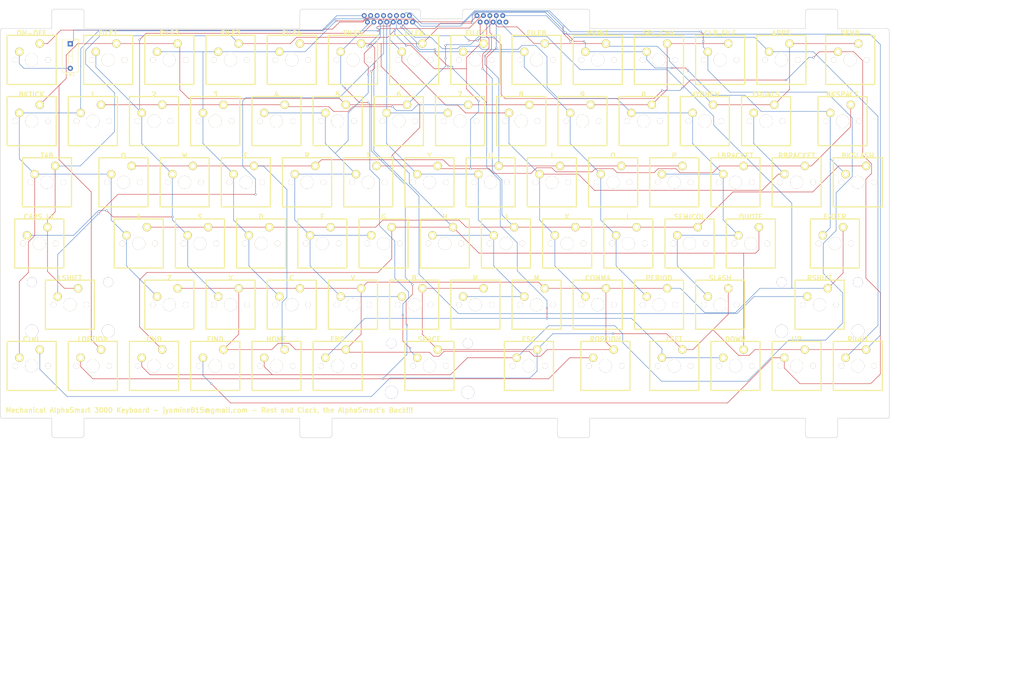
<source format=kicad_pcb>
(kicad_pcb (version 4) (host pcbnew 4.0.6)
  (layers (0 F.Cu signal) (31 B.Cu signal) (34 B.Paste user) (35 F.Paste user) (36 B.SilkS user) (37 F.SilkS user) (38 B.Mask user) (39 F.Mask user) (44 Edge.Cuts user))
  (net 0 "")
  (net 1 /COL1)
  (net 2 /COL2)
  (net 3 /COL3)
  (net 4 /COL4)
  (net 5 /COL5)
  (net 6 /COL6)
  (net 7 /COL7)
  (net 8 /COL8)
  (net 9 /COL9)
  (net 10 /COL10)
  (net 11 /COL11)
  (net 12 /COL12)
  (net 13 /COL13)
  (net 14 /COL14)
  (net 15 /COL15)
  (net 16 /COL16)
  (net 17 /ROW1)
  (net 18 /ROW2)
  (net 19 /ROW3)
  (net 20 /ROW4)
  (net 21 /ROW5)
  (net 22 /ROW6)
  (net 23 /ROW7)
  (net 24 /ROW8)
  (net 25 /ROW9)
  (net 26 "Net-(J2-Pad10)")
  (net 27 "Net-(S1-Pad1)")
  (module mx1a:MX1A (layer F.Cu) (at 86.25 88.25)
    (fp_text reference S1 hide)
    (fp_text value ON-OFF (at 0 -8.255) (layer F.SilkS) (effects (font (thickness 0.3048))))
    (pad 0 thru_hole circle (at 0 0) (size 3.98018 3.98018) (drill 3.98018) (layers *.Cu *.Mask F.SilkS))
    (pad 2 thru_hole circle (at 2.54 -5.08) (size 2.6 2.6) (drill 1.5011) (layers *.Cu *.Mask F.SilkS) (net 17 /ROW1))
    (pad 1 thru_hole circle (at -3.81 -2.54) (size 2.6 2.6) (drill 1.5011) (layers *.Cu *.Mask F.SilkS) (net 27 "Net-(S1-Pad1)"))
    (pad "" thru_hole circle (at -5.08 0) (size 1.69926 1.69926) (drill 1.69926) (layers *.Cu *.Mask F.SilkS))
    (pad "" thru_hole circle (at 5.08 0) (size 1.69926 1.69926) (drill 1.69926) (layers *.Cu *.Mask F.SilkS))
  )
  (module MAS3k:case_strut (layer F.Cu) (at 125.5 110.5)
    (fp_text reference "" hide)
    (fp_text value "case strut")
  )
  (module MAS3k:case_strut (layer F.Cu) (at 125.5 152.5)
    (fp_text reference "" hide)
    (fp_text value "case strut")
  )
  (module MAS3k:case_strut (layer F.Cu) (at 214.5 110.5)
    (fp_text reference "" hide)
    (fp_text value "case strut")
  )
  (module MAS3k:case_strut (layer F.Cu) (at 304.5 110.5)
    (fp_text reference "" hide)
    (fp_text value "case strut")
  )
  (module MAS3k:case_strut (layer F.Cu) (at 214.5 152.5)
    (fp_text reference "" hide)
    (fp_text value "case strut")
  )
  (module MAS3k:case_strut (layer F.Cu) (at 304.5 152.5)
    (fp_text reference "" hide)
    (fp_text value "case strut")
  )
  (module Mounting_Holes:MountingHole_3mm (layer F.Cu) (at 97.5 75.5)
    (fp_text reference REF** hide)
    (fp_text value MountingHole_3mm)
    (pad 1 np_thru_hole circle (at 0 0) (size 3 3) (drill 3) (layers *.Cu *.Mask))
  )
  (module Mounting_Holes:MountingHole_3mm (layer F.Cu) (at 174.5 75.5)
    (fp_text reference REF** hide)
    (fp_text value MountingHole_3mm)
    (pad 1 np_thru_hole circle (at 0 0) (size 3 3) (drill 3) (layers *.Cu *.Mask))
  )
  (module Mounting_Holes:MountingHole_3mm (layer F.Cu) (at 254.5 75.5)
    (fp_text reference REF** hide)
    (fp_text value MountingHole_3mm)
    (pad 1 np_thru_hole circle (at 0 0) (size 3 3) (drill 3) (layers *.Cu *.Mask))
  )
  (module Mounting_Holes:MountingHole_3mm (layer F.Cu) (at 331.5 75.5)
    (fp_text reference REF** hide)
    (fp_text value MountingHole_3mm)
    (pad 1 np_thru_hole circle (at 0 0) (size 3 3) (drill 3) (layers *.Cu *.Mask))
  )
  (module Mounting_Holes:MountingHole_3mm (layer F.Cu) (at 97.5 202.5)
    (fp_text reference REF** hide)
    (fp_text value MountingHole_3mm)
    (pad 1 np_thru_hole circle (at 0 0) (size 3 3) (drill 3) (layers *.Cu *.Mask))
  )
  (module Mounting_Holes:MountingHole_3mm (layer F.Cu) (at 174.5 202.5)
    (fp_text reference REF** hide)
    (fp_text value MountingHole_3mm)
    (pad 1 np_thru_hole circle (at 0 0) (size 3 3) (drill 3) (layers *.Cu *.Mask))
  )
  (module Mounting_Holes:MountingHole_3mm (layer F.Cu) (at 254.5 202.5)
    (fp_text reference REF** hide)
    (fp_text value MountingHole_3mm)
    (pad 1 np_thru_hole circle (at 0 0) (size 3 3) (drill 3) (layers *.Cu *.Mask))
  )
  (module Mounting_Holes:MountingHole_3mm (layer F.Cu) (at 331.5 202.5)
    (fp_text reference REF** hide)
    (fp_text value MountingHole_3mm)
    (pad 1 np_thru_hole circle (at 0 0) (size 3 3) (drill 3) (layers *.Cu *.Mask))
  )
  (module MAS3k:SLW16R-1C7LF (layer B.Cu) (at 197 75.5)
    (fp_text reference J1 hide)
    (fp_text value FFC_CONN_01X16)
    (pad 1 thru_hole circle (at -7.5 -1) (size 1.5 1.5) (drill 0.8) (layers *.Cu *.Mask) (net 1 /COL1))
    (pad 2 thru_hole circle (at -6.5 1) (size 1.5 1.5) (drill 0.8) (layers *.Cu *.Mask) (net 2 /COL2))
    (pad 3 thru_hole circle (at -5.5 -1) (size 1.5 1.5) (drill 0.8) (layers *.Cu *.Mask) (net 3 /COL3))
    (pad 4 thru_hole circle (at -4.5 1) (size 1.5 1.5) (drill 0.8) (layers *.Cu *.Mask) (net 4 /COL4))
    (pad 5 thru_hole circle (at -3.5 -1) (size 1.5 1.5) (drill 0.8) (layers *.Cu *.Mask) (net 5 /COL5))
    (pad 6 thru_hole circle (at -2.5 1) (size 1.5 1.5) (drill 0.8) (layers *.Cu *.Mask) (net 6 /COL6))
    (pad 7 thru_hole circle (at -1.5 -1) (size 1.5 1.5) (drill 0.8) (layers *.Cu *.Mask) (net 7 /COL7))
    (pad 8 thru_hole circle (at -0.5 1) (size 1.5 1.5) (drill 0.8) (layers *.Cu *.Mask) (net 8 /COL8))
    (pad 9 thru_hole circle (at 0.5 -1) (size 1.5 1.5) (drill 0.8) (layers *.Cu *.Mask) (net 9 /COL9))
    (pad 10 thru_hole circle (at 1.5 1) (size 1.5 1.5) (drill 0.8) (layers *.Cu *.Mask) (net 10 /COL10))
    (pad 11 thru_hole circle (at 2.5 -1) (size 1.5 1.5) (drill 0.8) (layers *.Cu *.Mask) (net 11 /COL11))
    (pad 12 thru_hole circle (at 3.5 1) (size 1.5 1.5) (drill 0.8) (layers *.Cu *.Mask) (net 12 /COL12))
    (pad 13 thru_hole circle (at 4.5 -1) (size 1.5 1.5) (drill 0.8) (layers *.Cu *.Mask) (net 13 /COL13))
    (pad 14 thru_hole circle (at 5.5 1) (size 1.5 1.5) (drill 0.8) (layers *.Cu *.Mask) (net 14 /COL14))
    (pad 15 thru_hole circle (at 6.5 -1) (size 1.5 1.5) (drill 0.8) (layers *.Cu *.Mask) (net 15 /COL15))
    (pad 16 thru_hole circle (at 7.5 1) (size 1.5 1.5) (drill 0.8) (layers *.Cu *.Mask) (net 16 /COL16))
  )
  (module MAS3k:HLW10R-2C7LF (layer B.Cu) (at 229 75.5)
    (fp_text reference J2 hide)
    (fp_text value FFC_CONN_01X10)
    (pad 1 thru_hole circle (at -4.5 -1) (size 1.524 1.524) (drill 0.762) (layers *.Cu *.Mask) (net 17 /ROW1))
    (pad 2 thru_hole circle (at -3.5 1) (size 1.5 1.5) (drill 0.7) (layers *.Cu *.Mask) (net 18 /ROW2))
    (pad 3 thru_hole circle (at -2.5 -1) (size 1.5 1.5) (drill 0.7) (layers *.Cu *.Mask) (net 19 /ROW3))
    (pad 4 thru_hole circle (at -1.5 1) (size 1.5 1.5) (drill 0.7) (layers *.Cu *.Mask) (net 20 /ROW4))
    (pad 5 thru_hole circle (at -0.5 -1) (size 1.5 1.5) (drill 0.7) (layers *.Cu *.Mask) (net 21 /ROW5))
    (pad 6 thru_hole circle (at 0.5 1) (size 1.5 1.5) (drill 0.7) (layers *.Cu *.Mask) (net 22 /ROW6))
    (pad 7 thru_hole circle (at 1.5 -1) (size 1.5 1.5) (drill 0.7) (layers *.Cu *.Mask) (net 23 /ROW7))
    (pad 8 thru_hole circle (at 2.5 1) (size 1.5 1.5) (drill 0.7) (layers *.Cu *.Mask) (net 24 /ROW8))
    (pad 9 thru_hole circle (at 3.5 -1) (size 1.5 1.5) (drill 0.7) (layers *.Cu *.Mask) (net 25 /ROW9))
    (pad 10 thru_hole circle (at 4.5 1) (size 1.5 1.5) (drill 0.7) (layers *.Cu *.Mask) (net 26 "Net-(J2-Pad10)"))
  )
  (module mx1a:MX1A (layer F.Cu) (at 86.25 107.25)
    (fp_text reference S2 hide)
    (fp_text value BKTICK (at 0 -8.255) (layer F.SilkS) (effects (font (thickness 0.3048))))
    (pad 0 thru_hole circle (at 0 0) (size 3.98018 3.98018) (drill 3.98018) (layers *.Cu *.Mask F.SilkS))
    (pad 2 thru_hole circle (at 2.54 -5.08) (size 2.6 2.6) (drill 1.5011) (layers *.Cu *.Mask F.SilkS) (net 22 /ROW6))
    (pad 1 thru_hole circle (at -3.81 -2.54) (size 2.6 2.6) (drill 1.5011) (layers *.Cu *.Mask F.SilkS) (net 5 /COL5))
    (pad "" thru_hole circle (at -5.08 0) (size 1.69926 1.69926) (drill 1.69926) (layers *.Cu *.Mask F.SilkS))
    (pad "" thru_hole circle (at 5.08 0) (size 1.69926 1.69926) (drill 1.69926) (layers *.Cu *.Mask F.SilkS))
  )
  (module mx1a:MX1A (layer F.Cu) (at 91 126.25)
    (fp_text reference S3 hide)
    (fp_text value TAB (at 0 -8.255) (layer F.SilkS) (effects (font (thickness 0.3048))))
    (pad 0 thru_hole circle (at 0 0) (size 3.98018 3.98018) (drill 3.98018) (layers *.Cu *.Mask F.SilkS))
    (pad 2 thru_hole circle (at 2.54 -5.08) (size 2.6 2.6) (drill 1.5011) (layers *.Cu *.Mask F.SilkS) (net 18 /ROW2))
    (pad 1 thru_hole circle (at -3.81 -2.54) (size 2.6 2.6) (drill 1.5011) (layers *.Cu *.Mask F.SilkS) (net 5 /COL5))
    (pad "" thru_hole circle (at -5.08 0) (size 1.69926 1.69926) (drill 1.69926) (layers *.Cu *.Mask F.SilkS))
    (pad "" thru_hole circle (at 5.08 0) (size 1.69926 1.69926) (drill 1.69926) (layers *.Cu *.Mask F.SilkS))
  )
  (module mx1a:MX1A (layer F.Cu) (at 88.625 145.25)
    (fp_text reference S4 hide)
    (fp_text value CAPS_LK (at 0 -8.255) (layer F.SilkS) (effects (font (thickness 0.3048))))
    (pad 0 thru_hole circle (at 0 0) (size 3.98018 3.98018) (drill 3.98018) (layers *.Cu *.Mask F.SilkS))
    (pad 2 thru_hole circle (at 2.54 -5.08) (size 2.6 2.6) (drill 1.5011) (layers *.Cu *.Mask F.SilkS) (net 18 /ROW2))
    (pad 1 thru_hole circle (at -3.81 -2.54) (size 2.6 2.6) (drill 1.5011) (layers *.Cu *.Mask F.SilkS) (net 4 /COL4))
    (pad "" thru_hole circle (at -5.08 0) (size 1.69926 1.69926) (drill 1.69926) (layers *.Cu *.Mask F.SilkS))
    (pad "" thru_hole circle (at 5.08 0) (size 1.69926 1.69926) (drill 1.69926) (layers *.Cu *.Mask F.SilkS))
  )
  (module mx1a:MX1A (layer F.Cu) (at 98.125 164.25)
    (fp_text reference S5 hide)
    (fp_text value LSHIFT (at 0 -8.255) (layer F.SilkS) (effects (font (thickness 0.3048))))
    (pad 0 thru_hole circle (at 0 0) (size 3.98018 3.98018) (drill 3.98018) (layers *.Cu *.Mask F.SilkS))
    (pad 2 thru_hole circle (at 2.54 -5.08) (size 2.6 2.6) (drill 1.5011) (layers *.Cu *.Mask F.SilkS) (net 18 /ROW2))
    (pad 1 thru_hole circle (at -3.81 -2.54) (size 2.6 2.6) (drill 1.5011) (layers *.Cu *.Mask F.SilkS) (net 7 /COL7))
    (pad "" thru_hole circle (at -5.08 0) (size 1.69926 1.69926) (drill 1.69926) (layers *.Cu *.Mask F.SilkS))
    (pad "" thru_hole circle (at 5.08 0) (size 1.69926 1.69926) (drill 1.69926) (layers *.Cu *.Mask F.SilkS))
  )
  (module mx1a:MX1A (layer F.Cu) (at 86.25 183.25)
    (fp_text reference S6 hide)
    (fp_text value CTRL (at 0 -8.255) (layer F.SilkS) (effects (font (thickness 0.3048))))
    (pad 0 thru_hole circle (at 0 0) (size 3.98018 3.98018) (drill 3.98018) (layers *.Cu *.Mask F.SilkS))
    (pad 2 thru_hole circle (at 2.54 -5.08) (size 2.6 2.6) (drill 1.5011) (layers *.Cu *.Mask F.SilkS) (net 25 /ROW9))
    (pad 1 thru_hole circle (at -3.81 -2.54) (size 2.6 2.6) (drill 1.5011) (layers *.Cu *.Mask F.SilkS) (net 5 /COL5))
    (pad "" thru_hole circle (at -5.08 0) (size 1.69926 1.69926) (drill 1.69926) (layers *.Cu *.Mask F.SilkS))
    (pad "" thru_hole circle (at 5.08 0) (size 1.69926 1.69926) (drill 1.69926) (layers *.Cu *.Mask F.SilkS))
  )
  (module mx1a:MX1A (layer F.Cu) (at 110 88.25)
    (fp_text reference S7 hide)
    (fp_text value FILE1 (at 0 -8.255) (layer F.SilkS) (effects (font (thickness 0.3048))))
    (pad 0 thru_hole circle (at 0 0) (size 3.98018 3.98018) (drill 3.98018) (layers *.Cu *.Mask F.SilkS))
    (pad 2 thru_hole circle (at 2.54 -5.08) (size 2.6 2.6) (drill 1.5011) (layers *.Cu *.Mask F.SilkS) (net 22 /ROW6))
    (pad 1 thru_hole circle (at -3.81 -2.54) (size 2.6 2.6) (drill 1.5011) (layers *.Cu *.Mask F.SilkS) (net 4 /COL4))
    (pad "" thru_hole circle (at -5.08 0) (size 1.69926 1.69926) (drill 1.69926) (layers *.Cu *.Mask F.SilkS))
    (pad "" thru_hole circle (at 5.08 0) (size 1.69926 1.69926) (drill 1.69926) (layers *.Cu *.Mask F.SilkS))
  )
  (module mx1a:MX1A (layer F.Cu) (at 105.25 107.25)
    (fp_text reference S8 hide)
    (fp_text value 1 (at 0 -8.255) (layer F.SilkS) (effects (font (thickness 0.3048))))
    (pad 0 thru_hole circle (at 0 0) (size 3.98018 3.98018) (drill 3.98018) (layers *.Cu *.Mask F.SilkS))
    (pad 2 thru_hole circle (at 2.54 -5.08) (size 2.6 2.6) (drill 1.5011) (layers *.Cu *.Mask F.SilkS) (net 23 /ROW7))
    (pad 1 thru_hole circle (at -3.81 -2.54) (size 2.6 2.6) (drill 1.5011) (layers *.Cu *.Mask F.SilkS) (net 5 /COL5))
    (pad "" thru_hole circle (at -5.08 0) (size 1.69926 1.69926) (drill 1.69926) (layers *.Cu *.Mask F.SilkS))
    (pad "" thru_hole circle (at 5.08 0) (size 1.69926 1.69926) (drill 1.69926) (layers *.Cu *.Mask F.SilkS))
  )
  (module mx1a:MX1A (layer F.Cu) (at 114.75 126.25)
    (fp_text reference S9 hide)
    (fp_text value Q (at 0 -8.255) (layer F.SilkS) (effects (font (thickness 0.3048))))
    (pad 0 thru_hole circle (at 0 0) (size 3.98018 3.98018) (drill 3.98018) (layers *.Cu *.Mask F.SilkS))
    (pad 2 thru_hole circle (at 2.54 -5.08) (size 2.6 2.6) (drill 1.5011) (layers *.Cu *.Mask F.SilkS) (net 21 /ROW5))
    (pad 1 thru_hole circle (at -3.81 -2.54) (size 2.6 2.6) (drill 1.5011) (layers *.Cu *.Mask F.SilkS) (net 5 /COL5))
    (pad "" thru_hole circle (at -5.08 0) (size 1.69926 1.69926) (drill 1.69926) (layers *.Cu *.Mask F.SilkS))
    (pad "" thru_hole circle (at 5.08 0) (size 1.69926 1.69926) (drill 1.69926) (layers *.Cu *.Mask F.SilkS))
  )
  (module mx1a:MX1A (layer F.Cu) (at 119.5 145.25)
    (fp_text reference S10 hide)
    (fp_text value A (at 0 -8.255) (layer F.SilkS) (effects (font (thickness 0.3048))))
    (pad 0 thru_hole circle (at 0 0) (size 3.98018 3.98018) (drill 3.98018) (layers *.Cu *.Mask F.SilkS))
    (pad 2 thru_hole circle (at 2.54 -5.08) (size 2.6 2.6) (drill 1.5011) (layers *.Cu *.Mask F.SilkS) (net 20 /ROW4))
    (pad 1 thru_hole circle (at -3.81 -2.54) (size 2.6 2.6) (drill 1.5011) (layers *.Cu *.Mask F.SilkS) (net 5 /COL5))
    (pad "" thru_hole circle (at -5.08 0) (size 1.69926 1.69926) (drill 1.69926) (layers *.Cu *.Mask F.SilkS))
    (pad "" thru_hole circle (at 5.08 0) (size 1.69926 1.69926) (drill 1.69926) (layers *.Cu *.Mask F.SilkS))
  )
  (module mx1a:MX1A (layer F.Cu) (at 129 164.25)
    (fp_text reference S11 hide)
    (fp_text value Z (at 0 -8.255) (layer F.SilkS) (effects (font (thickness 0.3048))))
    (pad 0 thru_hole circle (at 0 0) (size 3.98018 3.98018) (drill 3.98018) (layers *.Cu *.Mask F.SilkS))
    (pad 2 thru_hole circle (at 2.54 -5.08) (size 2.6 2.6) (drill 1.5011) (layers *.Cu *.Mask F.SilkS) (net 24 /ROW8))
    (pad 1 thru_hole circle (at -3.81 -2.54) (size 2.6 2.6) (drill 1.5011) (layers *.Cu *.Mask F.SilkS) (net 5 /COL5))
    (pad "" thru_hole circle (at -5.08 0) (size 1.69926 1.69926) (drill 1.69926) (layers *.Cu *.Mask F.SilkS))
    (pad "" thru_hole circle (at 5.08 0) (size 1.69926 1.69926) (drill 1.69926) (layers *.Cu *.Mask F.SilkS))
  )
  (module mx1a:MX1A (layer F.Cu) (at 105.25 183.25)
    (fp_text reference S12 hide)
    (fp_text value LOPTION (at 0 -8.255) (layer F.SilkS) (effects (font (thickness 0.3048))))
    (pad 0 thru_hole circle (at 0 0) (size 3.98018 3.98018) (drill 3.98018) (layers *.Cu *.Mask F.SilkS))
    (pad 2 thru_hole circle (at 2.54 -5.08) (size 2.6 2.6) (drill 1.5011) (layers *.Cu *.Mask F.SilkS) (net 22 /ROW6))
    (pad 1 thru_hole circle (at -3.81 -2.54) (size 2.6 2.6) (drill 1.5011) (layers *.Cu *.Mask F.SilkS) (net 10 /COL10))
    (pad "" thru_hole circle (at -5.08 0) (size 1.69926 1.69926) (drill 1.69926) (layers *.Cu *.Mask F.SilkS))
    (pad "" thru_hole circle (at 5.08 0) (size 1.69926 1.69926) (drill 1.69926) (layers *.Cu *.Mask F.SilkS))
  )
  (module mx1a:MX1A (layer F.Cu) (at 129 88.25)
    (fp_text reference S13 hide)
    (fp_text value FILE2 (at 0 -8.255) (layer F.SilkS) (effects (font (thickness 0.3048))))
    (pad 0 thru_hole circle (at 0 0) (size 3.98018 3.98018) (drill 3.98018) (layers *.Cu *.Mask F.SilkS))
    (pad 2 thru_hole circle (at 2.54 -5.08) (size 2.6 2.6) (drill 1.5011) (layers *.Cu *.Mask F.SilkS) (net 22 /ROW6))
    (pad 1 thru_hole circle (at -3.81 -2.54) (size 2.6 2.6) (drill 1.5011) (layers *.Cu *.Mask F.SilkS) (net 3 /COL3))
    (pad "" thru_hole circle (at -5.08 0) (size 1.69926 1.69926) (drill 1.69926) (layers *.Cu *.Mask F.SilkS))
    (pad "" thru_hole circle (at 5.08 0) (size 1.69926 1.69926) (drill 1.69926) (layers *.Cu *.Mask F.SilkS))
  )
  (module mx1a:MX1A (layer F.Cu) (at 124.25 107.25)
    (fp_text reference S14 hide)
    (fp_text value 2 (at 0 -8.255) (layer F.SilkS) (effects (font (thickness 0.3048))))
    (pad 0 thru_hole circle (at 0 0) (size 3.98018 3.98018) (drill 3.98018) (layers *.Cu *.Mask F.SilkS))
    (pad 2 thru_hole circle (at 2.54 -5.08) (size 2.6 2.6) (drill 1.5011) (layers *.Cu *.Mask F.SilkS) (net 23 /ROW7))
    (pad 1 thru_hole circle (at -3.81 -2.54) (size 2.6 2.6) (drill 1.5011) (layers *.Cu *.Mask F.SilkS) (net 4 /COL4))
    (pad "" thru_hole circle (at -5.08 0) (size 1.69926 1.69926) (drill 1.69926) (layers *.Cu *.Mask F.SilkS))
    (pad "" thru_hole circle (at 5.08 0) (size 1.69926 1.69926) (drill 1.69926) (layers *.Cu *.Mask F.SilkS))
  )
  (module mx1a:MX1A (layer F.Cu) (at 133.75 126.25)
    (fp_text reference S15 hide)
    (fp_text value W (at 0 -8.255) (layer F.SilkS) (effects (font (thickness 0.3048))))
    (pad 0 thru_hole circle (at 0 0) (size 3.98018 3.98018) (drill 3.98018) (layers *.Cu *.Mask F.SilkS))
    (pad 2 thru_hole circle (at 2.54 -5.08) (size 2.6 2.6) (drill 1.5011) (layers *.Cu *.Mask F.SilkS) (net 21 /ROW5))
    (pad 1 thru_hole circle (at -3.81 -2.54) (size 2.6 2.6) (drill 1.5011) (layers *.Cu *.Mask F.SilkS) (net 4 /COL4))
    (pad "" thru_hole circle (at -5.08 0) (size 1.69926 1.69926) (drill 1.69926) (layers *.Cu *.Mask F.SilkS))
    (pad "" thru_hole circle (at 5.08 0) (size 1.69926 1.69926) (drill 1.69926) (layers *.Cu *.Mask F.SilkS))
  )
  (module mx1a:MX1A (layer F.Cu) (at 138.5 145.25)
    (fp_text reference S16 hide)
    (fp_text value S (at 0 -8.255) (layer F.SilkS) (effects (font (thickness 0.3048))))
    (pad 0 thru_hole circle (at 0 0) (size 3.98018 3.98018) (drill 3.98018) (layers *.Cu *.Mask F.SilkS))
    (pad 2 thru_hole circle (at 2.54 -5.08) (size 2.6 2.6) (drill 1.5011) (layers *.Cu *.Mask F.SilkS) (net 20 /ROW4))
    (pad 1 thru_hole circle (at -3.81 -2.54) (size 2.6 2.6) (drill 1.5011) (layers *.Cu *.Mask F.SilkS) (net 4 /COL4))
    (pad "" thru_hole circle (at -5.08 0) (size 1.69926 1.69926) (drill 1.69926) (layers *.Cu *.Mask F.SilkS))
    (pad "" thru_hole circle (at 5.08 0) (size 1.69926 1.69926) (drill 1.69926) (layers *.Cu *.Mask F.SilkS))
  )
  (module mx1a:MX1A (layer F.Cu) (at 148 164.25)
    (fp_text reference S17 hide)
    (fp_text value X (at 0 -8.255) (layer F.SilkS) (effects (font (thickness 0.3048))))
    (pad 0 thru_hole circle (at 0 0) (size 3.98018 3.98018) (drill 3.98018) (layers *.Cu *.Mask F.SilkS))
    (pad 2 thru_hole circle (at 2.54 -5.08) (size 2.6 2.6) (drill 1.5011) (layers *.Cu *.Mask F.SilkS) (net 24 /ROW8))
    (pad 1 thru_hole circle (at -3.81 -2.54) (size 2.6 2.6) (drill 1.5011) (layers *.Cu *.Mask F.SilkS) (net 4 /COL4))
    (pad "" thru_hole circle (at -5.08 0) (size 1.69926 1.69926) (drill 1.69926) (layers *.Cu *.Mask F.SilkS))
    (pad "" thru_hole circle (at 5.08 0) (size 1.69926 1.69926) (drill 1.69926) (layers *.Cu *.Mask F.SilkS))
  )
  (module mx1a:MX1A (layer F.Cu) (at 124.25 183.25)
    (fp_text reference S18 hide)
    (fp_text value CMD (at 0 -8.255) (layer F.SilkS) (effects (font (thickness 0.3048))))
    (pad 0 thru_hole circle (at 0 0) (size 3.98018 3.98018) (drill 3.98018) (layers *.Cu *.Mask F.SilkS))
    (pad 2 thru_hole circle (at 2.54 -5.08) (size 2.6 2.6) (drill 1.5011) (layers *.Cu *.Mask F.SilkS) (net 19 /ROW3))
    (pad 1 thru_hole circle (at -3.81 -2.54) (size 2.6 2.6) (drill 1.5011) (layers *.Cu *.Mask F.SilkS) (net 13 /COL13))
    (pad "" thru_hole circle (at -5.08 0) (size 1.69926 1.69926) (drill 1.69926) (layers *.Cu *.Mask F.SilkS))
    (pad "" thru_hole circle (at 5.08 0) (size 1.69926 1.69926) (drill 1.69926) (layers *.Cu *.Mask F.SilkS))
  )
  (module mx1a:MX1A (layer F.Cu) (at 148 88.25)
    (fp_text reference S19 hide)
    (fp_text value FILE3 (at 0 -8.255) (layer F.SilkS) (effects (font (thickness 0.3048))))
    (pad 0 thru_hole circle (at 0 0) (size 3.98018 3.98018) (drill 3.98018) (layers *.Cu *.Mask F.SilkS))
    (pad 2 thru_hole circle (at 2.54 -5.08) (size 2.6 2.6) (drill 1.5011) (layers *.Cu *.Mask F.SilkS) (net 18 /ROW2))
    (pad 1 thru_hole circle (at -3.81 -2.54) (size 2.6 2.6) (drill 1.5011) (layers *.Cu *.Mask F.SilkS) (net 3 /COL3))
    (pad "" thru_hole circle (at -5.08 0) (size 1.69926 1.69926) (drill 1.69926) (layers *.Cu *.Mask F.SilkS))
    (pad "" thru_hole circle (at 5.08 0) (size 1.69926 1.69926) (drill 1.69926) (layers *.Cu *.Mask F.SilkS))
  )
  (module mx1a:MX1A (layer F.Cu) (at 143.25 107.25)
    (fp_text reference S20 hide)
    (fp_text value 3 (at 0 -8.255) (layer F.SilkS) (effects (font (thickness 0.3048))))
    (pad 0 thru_hole circle (at 0 0) (size 3.98018 3.98018) (drill 3.98018) (layers *.Cu *.Mask F.SilkS))
    (pad 2 thru_hole circle (at 2.54 -5.08) (size 2.6 2.6) (drill 1.5011) (layers *.Cu *.Mask F.SilkS) (net 23 /ROW7))
    (pad 1 thru_hole circle (at -3.81 -2.54) (size 2.6 2.6) (drill 1.5011) (layers *.Cu *.Mask F.SilkS) (net 3 /COL3))
    (pad "" thru_hole circle (at -5.08 0) (size 1.69926 1.69926) (drill 1.69926) (layers *.Cu *.Mask F.SilkS))
    (pad "" thru_hole circle (at 5.08 0) (size 1.69926 1.69926) (drill 1.69926) (layers *.Cu *.Mask F.SilkS))
  )
  (module mx1a:MX1A (layer F.Cu) (at 152.75 126.25)
    (fp_text reference S21 hide)
    (fp_text value E (at 0 -8.255) (layer F.SilkS) (effects (font (thickness 0.3048))))
    (pad 0 thru_hole circle (at 0 0) (size 3.98018 3.98018) (drill 3.98018) (layers *.Cu *.Mask F.SilkS))
    (pad 2 thru_hole circle (at 2.54 -5.08) (size 2.6 2.6) (drill 1.5011) (layers *.Cu *.Mask F.SilkS) (net 21 /ROW5))
    (pad 1 thru_hole circle (at -3.81 -2.54) (size 2.6 2.6) (drill 1.5011) (layers *.Cu *.Mask F.SilkS) (net 3 /COL3))
    (pad "" thru_hole circle (at -5.08 0) (size 1.69926 1.69926) (drill 1.69926) (layers *.Cu *.Mask F.SilkS))
    (pad "" thru_hole circle (at 5.08 0) (size 1.69926 1.69926) (drill 1.69926) (layers *.Cu *.Mask F.SilkS))
  )
  (module mx1a:MX1A (layer F.Cu) (at 157.5 145.25)
    (fp_text reference S22 hide)
    (fp_text value D (at 0 -8.255) (layer F.SilkS) (effects (font (thickness 0.3048))))
    (pad 0 thru_hole circle (at 0 0) (size 3.98018 3.98018) (drill 3.98018) (layers *.Cu *.Mask F.SilkS))
    (pad 2 thru_hole circle (at 2.54 -5.08) (size 2.6 2.6) (drill 1.5011) (layers *.Cu *.Mask F.SilkS) (net 20 /ROW4))
    (pad 1 thru_hole circle (at -3.81 -2.54) (size 2.6 2.6) (drill 1.5011) (layers *.Cu *.Mask F.SilkS) (net 3 /COL3))
    (pad "" thru_hole circle (at -5.08 0) (size 1.69926 1.69926) (drill 1.69926) (layers *.Cu *.Mask F.SilkS))
    (pad "" thru_hole circle (at 5.08 0) (size 1.69926 1.69926) (drill 1.69926) (layers *.Cu *.Mask F.SilkS))
  )
  (module mx1a:MX1A (layer F.Cu) (at 167 164.25)
    (fp_text reference S23 hide)
    (fp_text value C (at 0 -8.255) (layer F.SilkS) (effects (font (thickness 0.3048))))
    (pad 0 thru_hole circle (at 0 0) (size 3.98018 3.98018) (drill 3.98018) (layers *.Cu *.Mask F.SilkS))
    (pad 2 thru_hole circle (at 2.54 -5.08) (size 2.6 2.6) (drill 1.5011) (layers *.Cu *.Mask F.SilkS) (net 24 /ROW8))
    (pad 1 thru_hole circle (at -3.81 -2.54) (size 2.6 2.6) (drill 1.5011) (layers *.Cu *.Mask F.SilkS) (net 3 /COL3))
    (pad "" thru_hole circle (at -5.08 0) (size 1.69926 1.69926) (drill 1.69926) (layers *.Cu *.Mask F.SilkS))
    (pad "" thru_hole circle (at 5.08 0) (size 1.69926 1.69926) (drill 1.69926) (layers *.Cu *.Mask F.SilkS))
  )
  (module mx1a:MX1A (layer F.Cu) (at 143.25 183.25)
    (fp_text reference S24 hide)
    (fp_text value FIND (at 0 -8.255) (layer F.SilkS) (effects (font (thickness 0.3048))))
    (pad 0 thru_hole circle (at 0 0) (size 3.98018 3.98018) (drill 3.98018) (layers *.Cu *.Mask F.SilkS))
    (pad 2 thru_hole circle (at 2.54 -5.08) (size 2.6 2.6) (drill 1.5011) (layers *.Cu *.Mask F.SilkS) (net 24 /ROW8))
    (pad 1 thru_hole circle (at -3.81 -2.54) (size 2.6 2.6) (drill 1.5011) (layers *.Cu *.Mask F.SilkS) (net 16 /COL16))
    (pad "" thru_hole circle (at -5.08 0) (size 1.69926 1.69926) (drill 1.69926) (layers *.Cu *.Mask F.SilkS))
    (pad "" thru_hole circle (at 5.08 0) (size 1.69926 1.69926) (drill 1.69926) (layers *.Cu *.Mask F.SilkS))
  )
  (module mx1a:MX1A (layer F.Cu) (at 167 88.25)
    (fp_text reference S25 hide)
    (fp_text value FILE4 (at 0 -8.255) (layer F.SilkS) (effects (font (thickness 0.3048))))
    (pad 0 thru_hole circle (at 0 0) (size 3.98018 3.98018) (drill 3.98018) (layers *.Cu *.Mask F.SilkS))
    (pad 2 thru_hole circle (at 2.54 -5.08) (size 2.6 2.6) (drill 1.5011) (layers *.Cu *.Mask F.SilkS) (net 19 /ROW3))
    (pad 1 thru_hole circle (at -3.81 -2.54) (size 2.6 2.6) (drill 1.5011) (layers *.Cu *.Mask F.SilkS) (net 3 /COL3))
    (pad "" thru_hole circle (at -5.08 0) (size 1.69926 1.69926) (drill 1.69926) (layers *.Cu *.Mask F.SilkS))
    (pad "" thru_hole circle (at 5.08 0) (size 1.69926 1.69926) (drill 1.69926) (layers *.Cu *.Mask F.SilkS))
  )
  (module mx1a:MX1A (layer F.Cu) (at 162.25 107.25)
    (fp_text reference S26 hide)
    (fp_text value 4 (at 0 -8.255) (layer F.SilkS) (effects (font (thickness 0.3048))))
    (pad 0 thru_hole circle (at 0 0) (size 3.98018 3.98018) (drill 3.98018) (layers *.Cu *.Mask F.SilkS))
    (pad 2 thru_hole circle (at 2.54 -5.08) (size 2.6 2.6) (drill 1.5011) (layers *.Cu *.Mask F.SilkS) (net 23 /ROW7))
    (pad 1 thru_hole circle (at -3.81 -2.54) (size 2.6 2.6) (drill 1.5011) (layers *.Cu *.Mask F.SilkS) (net 6 /COL6))
    (pad "" thru_hole circle (at -5.08 0) (size 1.69926 1.69926) (drill 1.69926) (layers *.Cu *.Mask F.SilkS))
    (pad "" thru_hole circle (at 5.08 0) (size 1.69926 1.69926) (drill 1.69926) (layers *.Cu *.Mask F.SilkS))
  )
  (module mx1a:MX1A (layer F.Cu) (at 171.75 126.25)
    (fp_text reference S27 hide)
    (fp_text value R (at 0 -8.255) (layer F.SilkS) (effects (font (thickness 0.3048))))
    (pad 0 thru_hole circle (at 0 0) (size 3.98018 3.98018) (drill 3.98018) (layers *.Cu *.Mask F.SilkS))
    (pad 2 thru_hole circle (at 2.54 -5.08) (size 2.6 2.6) (drill 1.5011) (layers *.Cu *.Mask F.SilkS) (net 21 /ROW5))
    (pad 1 thru_hole circle (at -3.81 -2.54) (size 2.6 2.6) (drill 1.5011) (layers *.Cu *.Mask F.SilkS) (net 6 /COL6))
    (pad "" thru_hole circle (at -5.08 0) (size 1.69926 1.69926) (drill 1.69926) (layers *.Cu *.Mask F.SilkS))
    (pad "" thru_hole circle (at 5.08 0) (size 1.69926 1.69926) (drill 1.69926) (layers *.Cu *.Mask F.SilkS))
  )
  (module mx1a:MX1A (layer F.Cu) (at 176.5 145.25)
    (fp_text reference S28 hide)
    (fp_text value F (at 0 -8.255) (layer F.SilkS) (effects (font (thickness 0.3048))))
    (pad 0 thru_hole circle (at 0 0) (size 3.98018 3.98018) (drill 3.98018) (layers *.Cu *.Mask F.SilkS))
    (pad 2 thru_hole circle (at 2.54 -5.08) (size 2.6 2.6) (drill 1.5011) (layers *.Cu *.Mask F.SilkS) (net 20 /ROW4))
    (pad 1 thru_hole circle (at -3.81 -2.54) (size 2.6 2.6) (drill 1.5011) (layers *.Cu *.Mask F.SilkS) (net 6 /COL6))
    (pad "" thru_hole circle (at -5.08 0) (size 1.69926 1.69926) (drill 1.69926) (layers *.Cu *.Mask F.SilkS))
    (pad "" thru_hole circle (at 5.08 0) (size 1.69926 1.69926) (drill 1.69926) (layers *.Cu *.Mask F.SilkS))
  )
  (module mx1a:MX1A (layer F.Cu) (at 186 164.25)
    (fp_text reference S29 hide)
    (fp_text value V (at 0 -8.255) (layer F.SilkS) (effects (font (thickness 0.3048))))
    (pad 0 thru_hole circle (at 0 0) (size 3.98018 3.98018) (drill 3.98018) (layers *.Cu *.Mask F.SilkS))
    (pad 2 thru_hole circle (at 2.54 -5.08) (size 2.6 2.6) (drill 1.5011) (layers *.Cu *.Mask F.SilkS) (net 24 /ROW8))
    (pad 1 thru_hole circle (at -3.81 -2.54) (size 2.6 2.6) (drill 1.5011) (layers *.Cu *.Mask F.SilkS) (net 6 /COL6))
    (pad "" thru_hole circle (at -5.08 0) (size 1.69926 1.69926) (drill 1.69926) (layers *.Cu *.Mask F.SilkS))
    (pad "" thru_hole circle (at 5.08 0) (size 1.69926 1.69926) (drill 1.69926) (layers *.Cu *.Mask F.SilkS))
  )
  (module mx1a:MX1A (layer F.Cu) (at 162.25 183.25)
    (fp_text reference S30 hide)
    (fp_text value HOME (at 0 -8.255) (layer F.SilkS) (effects (font (thickness 0.3048))))
    (pad 0 thru_hole circle (at 0 0) (size 3.98018 3.98018) (drill 3.98018) (layers *.Cu *.Mask F.SilkS))
    (pad 2 thru_hole circle (at 2.54 -5.08) (size 2.6 2.6) (drill 1.5011) (layers *.Cu *.Mask F.SilkS) (net 21 /ROW5))
    (pad 1 thru_hole circle (at -3.81 -2.54) (size 2.6 2.6) (drill 1.5011) (layers *.Cu *.Mask F.SilkS) (net 13 /COL13))
    (pad "" thru_hole circle (at -5.08 0) (size 1.69926 1.69926) (drill 1.69926) (layers *.Cu *.Mask F.SilkS))
    (pad "" thru_hole circle (at 5.08 0) (size 1.69926 1.69926) (drill 1.69926) (layers *.Cu *.Mask F.SilkS))
  )
  (module mx1a:MX1A (layer F.Cu) (at 186 88.25)
    (fp_text reference S31 hide)
    (fp_text value FILE5 (at 0 -8.255) (layer F.SilkS) (effects (font (thickness 0.3048))))
    (pad 0 thru_hole circle (at 0 0) (size 3.98018 3.98018) (drill 3.98018) (layers *.Cu *.Mask F.SilkS))
    (pad 2 thru_hole circle (at 2.54 -5.08) (size 2.6 2.6) (drill 1.5011) (layers *.Cu *.Mask F.SilkS) (net 19 /ROW3))
    (pad 1 thru_hole circle (at -3.81 -2.54) (size 2.6 2.6) (drill 1.5011) (layers *.Cu *.Mask F.SilkS) (net 2 /COL2))
    (pad "" thru_hole circle (at -5.08 0) (size 1.69926 1.69926) (drill 1.69926) (layers *.Cu *.Mask F.SilkS))
    (pad "" thru_hole circle (at 5.08 0) (size 1.69926 1.69926) (drill 1.69926) (layers *.Cu *.Mask F.SilkS))
  )
  (module mx1a:MX1A (layer F.Cu) (at 181.25 107.25)
    (fp_text reference S32 hide)
    (fp_text value 5 (at 0 -8.255) (layer F.SilkS) (effects (font (thickness 0.3048))))
    (pad 0 thru_hole circle (at 0 0) (size 3.98018 3.98018) (drill 3.98018) (layers *.Cu *.Mask F.SilkS))
    (pad 2 thru_hole circle (at 2.54 -5.08) (size 2.6 2.6) (drill 1.5011) (layers *.Cu *.Mask F.SilkS) (net 22 /ROW6))
    (pad 1 thru_hole circle (at -3.81 -2.54) (size 2.6 2.6) (drill 1.5011) (layers *.Cu *.Mask F.SilkS) (net 6 /COL6))
    (pad "" thru_hole circle (at -5.08 0) (size 1.69926 1.69926) (drill 1.69926) (layers *.Cu *.Mask F.SilkS))
    (pad "" thru_hole circle (at 5.08 0) (size 1.69926 1.69926) (drill 1.69926) (layers *.Cu *.Mask F.SilkS))
  )
  (module mx1a:MX1A (layer F.Cu) (at 190.75 126.25)
    (fp_text reference S33 hide)
    (fp_text value T (at 0 -8.255) (layer F.SilkS) (effects (font (thickness 0.3048))))
    (pad 0 thru_hole circle (at 0 0) (size 3.98018 3.98018) (drill 3.98018) (layers *.Cu *.Mask F.SilkS))
    (pad 2 thru_hole circle (at 2.54 -5.08) (size 2.6 2.6) (drill 1.5011) (layers *.Cu *.Mask F.SilkS) (net 18 /ROW2))
    (pad 1 thru_hole circle (at -3.81 -2.54) (size 2.6 2.6) (drill 1.5011) (layers *.Cu *.Mask F.SilkS) (net 6 /COL6))
    (pad "" thru_hole circle (at -5.08 0) (size 1.69926 1.69926) (drill 1.69926) (layers *.Cu *.Mask F.SilkS))
    (pad "" thru_hole circle (at 5.08 0) (size 1.69926 1.69926) (drill 1.69926) (layers *.Cu *.Mask F.SilkS))
  )
  (module mx1a:MX1A (layer F.Cu) (at 195.5 145.25)
    (fp_text reference S34 hide)
    (fp_text value G (at 0 -8.255) (layer F.SilkS) (effects (font (thickness 0.3048))))
    (pad 0 thru_hole circle (at 0 0) (size 3.98018 3.98018) (drill 3.98018) (layers *.Cu *.Mask F.SilkS))
    (pad 2 thru_hole circle (at 2.54 -5.08) (size 2.6 2.6) (drill 1.5011) (layers *.Cu *.Mask F.SilkS) (net 19 /ROW3))
    (pad 1 thru_hole circle (at -3.81 -2.54) (size 2.6 2.6) (drill 1.5011) (layers *.Cu *.Mask F.SilkS) (net 6 /COL6))
    (pad "" thru_hole circle (at -5.08 0) (size 1.69926 1.69926) (drill 1.69926) (layers *.Cu *.Mask F.SilkS))
    (pad "" thru_hole circle (at 5.08 0) (size 1.69926 1.69926) (drill 1.69926) (layers *.Cu *.Mask F.SilkS))
  )
  (module mx1a:MX1A (layer F.Cu) (at 205 164.25)
    (fp_text reference S35 hide)
    (fp_text value B (at 0 -8.255) (layer F.SilkS) (effects (font (thickness 0.3048))))
    (pad 0 thru_hole circle (at 0 0) (size 3.98018 3.98018) (drill 3.98018) (layers *.Cu *.Mask F.SilkS))
    (pad 2 thru_hole circle (at 2.54 -5.08) (size 2.6 2.6) (drill 1.5011) (layers *.Cu *.Mask F.SilkS) (net 25 /ROW9))
    (pad 1 thru_hole circle (at -3.81 -2.54) (size 2.6 2.6) (drill 1.5011) (layers *.Cu *.Mask F.SilkS) (net 6 /COL6))
    (pad "" thru_hole circle (at -5.08 0) (size 1.69926 1.69926) (drill 1.69926) (layers *.Cu *.Mask F.SilkS))
    (pad "" thru_hole circle (at 5.08 0) (size 1.69926 1.69926) (drill 1.69926) (layers *.Cu *.Mask F.SilkS))
  )
  (module mx1a:MX1A (layer F.Cu) (at 181.25 183.25)
    (fp_text reference S36 hide)
    (fp_text value END (at 0 -8.255) (layer F.SilkS) (effects (font (thickness 0.3048))))
    (pad 0 thru_hole circle (at 0 0) (size 3.98018 3.98018) (drill 3.98018) (layers *.Cu *.Mask F.SilkS))
    (pad 2 thru_hole circle (at 2.54 -5.08) (size 2.6 2.6) (drill 1.5011) (layers *.Cu *.Mask F.SilkS) (net 24 /ROW8))
    (pad 1 thru_hole circle (at -3.81 -2.54) (size 2.6 2.6) (drill 1.5011) (layers *.Cu *.Mask F.SilkS) (net 14 /COL14))
    (pad "" thru_hole circle (at -5.08 0) (size 1.69926 1.69926) (drill 1.69926) (layers *.Cu *.Mask F.SilkS))
    (pad "" thru_hole circle (at 5.08 0) (size 1.69926 1.69926) (drill 1.69926) (layers *.Cu *.Mask F.SilkS))
  )
  (module mx1a:MX1A (layer F.Cu) (at 205 88.25)
    (fp_text reference S37 hide)
    (fp_text value FILE6 (at 0 -8.255) (layer F.SilkS) (effects (font (thickness 0.3048))))
    (pad 0 thru_hole circle (at 0 0) (size 3.98018 3.98018) (drill 3.98018) (layers *.Cu *.Mask F.SilkS))
    (pad 2 thru_hole circle (at 2.54 -5.08) (size 2.6 2.6) (drill 1.5011) (layers *.Cu *.Mask F.SilkS) (net 19 /ROW3))
    (pad 1 thru_hole circle (at -3.81 -2.54) (size 2.6 2.6) (drill 1.5011) (layers *.Cu *.Mask F.SilkS) (net 9 /COL9))
    (pad "" thru_hole circle (at -5.08 0) (size 1.69926 1.69926) (drill 1.69926) (layers *.Cu *.Mask F.SilkS))
    (pad "" thru_hole circle (at 5.08 0) (size 1.69926 1.69926) (drill 1.69926) (layers *.Cu *.Mask F.SilkS))
  )
  (module mx1a:MX1A (layer F.Cu) (at 200.25 107.25)
    (fp_text reference S38 hide)
    (fp_text value 6 (at 0 -8.255) (layer F.SilkS) (effects (font (thickness 0.3048))))
    (pad 0 thru_hole circle (at 0 0) (size 3.98018 3.98018) (drill 3.98018) (layers *.Cu *.Mask F.SilkS))
    (pad 2 thru_hole circle (at 2.54 -5.08) (size 2.6 2.6) (drill 1.5011) (layers *.Cu *.Mask F.SilkS) (net 22 /ROW6))
    (pad 1 thru_hole circle (at -3.81 -2.54) (size 2.6 2.6) (drill 1.5011) (layers *.Cu *.Mask F.SilkS) (net 8 /COL8))
    (pad "" thru_hole circle (at -5.08 0) (size 1.69926 1.69926) (drill 1.69926) (layers *.Cu *.Mask F.SilkS))
    (pad "" thru_hole circle (at 5.08 0) (size 1.69926 1.69926) (drill 1.69926) (layers *.Cu *.Mask F.SilkS))
  )
  (module mx1a:MX1A (layer F.Cu) (at 209.75 126.25)
    (fp_text reference S39 hide)
    (fp_text value Y (at 0 -8.255) (layer F.SilkS) (effects (font (thickness 0.3048))))
    (pad 0 thru_hole circle (at 0 0) (size 3.98018 3.98018) (drill 3.98018) (layers *.Cu *.Mask F.SilkS))
    (pad 2 thru_hole circle (at 2.54 -5.08) (size 2.6 2.6) (drill 1.5011) (layers *.Cu *.Mask F.SilkS) (net 18 /ROW2))
    (pad 1 thru_hole circle (at -3.81 -2.54) (size 2.6 2.6) (drill 1.5011) (layers *.Cu *.Mask F.SilkS) (net 8 /COL8))
    (pad "" thru_hole circle (at -5.08 0) (size 1.69926 1.69926) (drill 1.69926) (layers *.Cu *.Mask F.SilkS))
    (pad "" thru_hole circle (at 5.08 0) (size 1.69926 1.69926) (drill 1.69926) (layers *.Cu *.Mask F.SilkS))
  )
  (module mx1a:MX1A (layer F.Cu) (at 214.5 145.25)
    (fp_text reference S40 hide)
    (fp_text value H (at 0 -8.255) (layer F.SilkS) (effects (font (thickness 0.3048))))
    (pad 0 thru_hole circle (at 0 0) (size 3.98018 3.98018) (drill 3.98018) (layers *.Cu *.Mask F.SilkS))
    (pad 2 thru_hole circle (at 2.54 -5.08) (size 2.6 2.6) (drill 1.5011) (layers *.Cu *.Mask F.SilkS) (net 19 /ROW3))
    (pad 1 thru_hole circle (at -3.81 -2.54) (size 2.6 2.6) (drill 1.5011) (layers *.Cu *.Mask F.SilkS) (net 8 /COL8))
    (pad "" thru_hole circle (at -5.08 0) (size 1.69926 1.69926) (drill 1.69926) (layers *.Cu *.Mask F.SilkS))
    (pad "" thru_hole circle (at 5.08 0) (size 1.69926 1.69926) (drill 1.69926) (layers *.Cu *.Mask F.SilkS))
  )
  (module mx1a:MX1A (layer F.Cu) (at 224 164.25)
    (fp_text reference S41 hide)
    (fp_text value N (at 0 -8.255) (layer F.SilkS) (effects (font (thickness 0.3048))))
    (pad 0 thru_hole circle (at 0 0) (size 3.98018 3.98018) (drill 3.98018) (layers *.Cu *.Mask F.SilkS))
    (pad 2 thru_hole circle (at 2.54 -5.08) (size 2.6 2.6) (drill 1.5011) (layers *.Cu *.Mask F.SilkS) (net 25 /ROW9))
    (pad 1 thru_hole circle (at -3.81 -2.54) (size 2.6 2.6) (drill 1.5011) (layers *.Cu *.Mask F.SilkS) (net 8 /COL8))
    (pad "" thru_hole circle (at -5.08 0) (size 1.69926 1.69926) (drill 1.69926) (layers *.Cu *.Mask F.SilkS))
    (pad "" thru_hole circle (at 5.08 0) (size 1.69926 1.69926) (drill 1.69926) (layers *.Cu *.Mask F.SilkS))
  )
  (module mx1a:MX1A (layer F.Cu) (at 209.75 183.25)
    (fp_text reference S42 hide)
    (fp_text value SPACE (at 0 -8.255) (layer F.SilkS) (effects (font (thickness 0.3048))))
    (pad 0 thru_hole circle (at 0 0) (size 3.98018 3.98018) (drill 3.98018) (layers *.Cu *.Mask F.SilkS))
    (pad 2 thru_hole circle (at 2.54 -5.08) (size 2.6 2.6) (drill 1.5011) (layers *.Cu *.Mask F.SilkS) (net 25 /ROW9))
    (pad 1 thru_hole circle (at -3.81 -2.54) (size 2.6 2.6) (drill 1.5011) (layers *.Cu *.Mask F.SilkS) (net 2 /COL2))
    (pad "" thru_hole circle (at -5.08 0) (size 1.69926 1.69926) (drill 1.69926) (layers *.Cu *.Mask F.SilkS))
    (pad "" thru_hole circle (at 5.08 0) (size 1.69926 1.69926) (drill 1.69926) (layers *.Cu *.Mask F.SilkS))
  )
  (module mx1a:MX1A (layer F.Cu) (at 224 88.25)
    (fp_text reference S43 hide)
    (fp_text value FILE7 (at 0 -8.255) (layer F.SilkS) (effects (font (thickness 0.3048))))
    (pad 0 thru_hole circle (at 0 0) (size 3.98018 3.98018) (drill 3.98018) (layers *.Cu *.Mask F.SilkS))
    (pad 2 thru_hole circle (at 2.54 -5.08) (size 2.6 2.6) (drill 1.5011) (layers *.Cu *.Mask F.SilkS) (net 18 /ROW2))
    (pad 1 thru_hole circle (at -3.81 -2.54) (size 2.6 2.6) (drill 1.5011) (layers *.Cu *.Mask F.SilkS) (net 11 /COL11))
    (pad "" thru_hole circle (at -5.08 0) (size 1.69926 1.69926) (drill 1.69926) (layers *.Cu *.Mask F.SilkS))
    (pad "" thru_hole circle (at 5.08 0) (size 1.69926 1.69926) (drill 1.69926) (layers *.Cu *.Mask F.SilkS))
  )
  (module mx1a:MX1A (layer F.Cu) (at 219.25 107.25)
    (fp_text reference S44 hide)
    (fp_text value 7 (at 0 -8.255) (layer F.SilkS) (effects (font (thickness 0.3048))))
    (pad 0 thru_hole circle (at 0 0) (size 3.98018 3.98018) (drill 3.98018) (layers *.Cu *.Mask F.SilkS))
    (pad 2 thru_hole circle (at 2.54 -5.08) (size 2.6 2.6) (drill 1.5011) (layers *.Cu *.Mask F.SilkS) (net 23 /ROW7))
    (pad 1 thru_hole circle (at -3.81 -2.54) (size 2.6 2.6) (drill 1.5011) (layers *.Cu *.Mask F.SilkS) (net 8 /COL8))
    (pad "" thru_hole circle (at -5.08 0) (size 1.69926 1.69926) (drill 1.69926) (layers *.Cu *.Mask F.SilkS))
    (pad "" thru_hole circle (at 5.08 0) (size 1.69926 1.69926) (drill 1.69926) (layers *.Cu *.Mask F.SilkS))
  )
  (module mx1a:MX1A (layer F.Cu) (at 228.75 126.25)
    (fp_text reference S45 hide)
    (fp_text value U (at 0 -8.255) (layer F.SilkS) (effects (font (thickness 0.3048))))
    (pad 0 thru_hole circle (at 0 0) (size 3.98018 3.98018) (drill 3.98018) (layers *.Cu *.Mask F.SilkS))
    (pad 2 thru_hole circle (at 2.54 -5.08) (size 2.6 2.6) (drill 1.5011) (layers *.Cu *.Mask F.SilkS) (net 21 /ROW5))
    (pad 1 thru_hole circle (at -3.81 -2.54) (size 2.6 2.6) (drill 1.5011) (layers *.Cu *.Mask F.SilkS) (net 8 /COL8))
    (pad "" thru_hole circle (at -5.08 0) (size 1.69926 1.69926) (drill 1.69926) (layers *.Cu *.Mask F.SilkS))
    (pad "" thru_hole circle (at 5.08 0) (size 1.69926 1.69926) (drill 1.69926) (layers *.Cu *.Mask F.SilkS))
  )
  (module mx1a:MX1A (layer F.Cu) (at 233.5 145.25)
    (fp_text reference S46 hide)
    (fp_text value J (at 0 -8.255) (layer F.SilkS) (effects (font (thickness 0.3048))))
    (pad 0 thru_hole circle (at 0 0) (size 3.98018 3.98018) (drill 3.98018) (layers *.Cu *.Mask F.SilkS))
    (pad 2 thru_hole circle (at 2.54 -5.08) (size 2.6 2.6) (drill 1.5011) (layers *.Cu *.Mask F.SilkS) (net 20 /ROW4))
    (pad 1 thru_hole circle (at -3.81 -2.54) (size 2.6 2.6) (drill 1.5011) (layers *.Cu *.Mask F.SilkS) (net 8 /COL8))
    (pad "" thru_hole circle (at -5.08 0) (size 1.69926 1.69926) (drill 1.69926) (layers *.Cu *.Mask F.SilkS))
    (pad "" thru_hole circle (at 5.08 0) (size 1.69926 1.69926) (drill 1.69926) (layers *.Cu *.Mask F.SilkS))
  )
  (module mx1a:MX1A (layer F.Cu) (at 243 164.25)
    (fp_text reference S47 hide)
    (fp_text value M (at 0 -8.255) (layer F.SilkS) (effects (font (thickness 0.3048))))
    (pad 0 thru_hole circle (at 0 0) (size 3.98018 3.98018) (drill 3.98018) (layers *.Cu *.Mask F.SilkS))
    (pad 2 thru_hole circle (at 2.54 -5.08) (size 2.6 2.6) (drill 1.5011) (layers *.Cu *.Mask F.SilkS) (net 24 /ROW8))
    (pad 1 thru_hole circle (at -3.81 -2.54) (size 2.6 2.6) (drill 1.5011) (layers *.Cu *.Mask F.SilkS) (net 8 /COL8))
    (pad "" thru_hole circle (at -5.08 0) (size 1.69926 1.69926) (drill 1.69926) (layers *.Cu *.Mask F.SilkS))
    (pad "" thru_hole circle (at 5.08 0) (size 1.69926 1.69926) (drill 1.69926) (layers *.Cu *.Mask F.SilkS))
  )
  (module mx1a:MX1A (layer F.Cu) (at 240.625 183.25)
    (fp_text reference S48 hide)
    (fp_text value ESC (at 0 -8.255) (layer F.SilkS) (effects (font (thickness 0.3048))))
    (pad 0 thru_hole circle (at 0 0) (size 3.98018 3.98018) (drill 3.98018) (layers *.Cu *.Mask F.SilkS))
    (pad 2 thru_hole circle (at 2.54 -5.08) (size 2.6 2.6) (drill 1.5011) (layers *.Cu *.Mask F.SilkS) (net 25 /ROW9))
    (pad 1 thru_hole circle (at -3.81 -2.54) (size 2.6 2.6) (drill 1.5011) (layers *.Cu *.Mask F.SilkS) (net 13 /COL13))
    (pad "" thru_hole circle (at -5.08 0) (size 1.69926 1.69926) (drill 1.69926) (layers *.Cu *.Mask F.SilkS))
    (pad "" thru_hole circle (at 5.08 0) (size 1.69926 1.69926) (drill 1.69926) (layers *.Cu *.Mask F.SilkS))
  )
  (module mx1a:MX1A (layer F.Cu) (at 243 88.25)
    (fp_text reference S49 hide)
    (fp_text value FILE8 (at 0 -8.255) (layer F.SilkS) (effects (font (thickness 0.3048))))
    (pad 0 thru_hole circle (at 0 0) (size 3.98018 3.98018) (drill 3.98018) (layers *.Cu *.Mask F.SilkS))
    (pad 2 thru_hole circle (at 2.54 -5.08) (size 2.6 2.6) (drill 1.5011) (layers *.Cu *.Mask F.SilkS) (net 22 /ROW6))
    (pad 1 thru_hole circle (at -3.81 -2.54) (size 2.6 2.6) (drill 1.5011) (layers *.Cu *.Mask F.SilkS) (net 11 /COL11))
    (pad "" thru_hole circle (at -5.08 0) (size 1.69926 1.69926) (drill 1.69926) (layers *.Cu *.Mask F.SilkS))
    (pad "" thru_hole circle (at 5.08 0) (size 1.69926 1.69926) (drill 1.69926) (layers *.Cu *.Mask F.SilkS))
  )
  (module mx1a:MX1A (layer F.Cu) (at 238.25 107.25)
    (fp_text reference S50 hide)
    (fp_text value 8 (at 0 -8.255) (layer F.SilkS) (effects (font (thickness 0.3048))))
    (pad 0 thru_hole circle (at 0 0) (size 3.98018 3.98018) (drill 3.98018) (layers *.Cu *.Mask F.SilkS))
    (pad 2 thru_hole circle (at 2.54 -5.08) (size 2.6 2.6) (drill 1.5011) (layers *.Cu *.Mask F.SilkS) (net 23 /ROW7))
    (pad 1 thru_hole circle (at -3.81 -2.54) (size 2.6 2.6) (drill 1.5011) (layers *.Cu *.Mask F.SilkS) (net 9 /COL9))
    (pad "" thru_hole circle (at -5.08 0) (size 1.69926 1.69926) (drill 1.69926) (layers *.Cu *.Mask F.SilkS))
    (pad "" thru_hole circle (at 5.08 0) (size 1.69926 1.69926) (drill 1.69926) (layers *.Cu *.Mask F.SilkS))
  )
  (module mx1a:MX1A (layer F.Cu) (at 247.75 126.25)
    (fp_text reference S51 hide)
    (fp_text value I (at 0 -8.255) (layer F.SilkS) (effects (font (thickness 0.3048))))
    (pad 0 thru_hole circle (at 0 0) (size 3.98018 3.98018) (drill 3.98018) (layers *.Cu *.Mask F.SilkS))
    (pad 2 thru_hole circle (at 2.54 -5.08) (size 2.6 2.6) (drill 1.5011) (layers *.Cu *.Mask F.SilkS) (net 21 /ROW5))
    (pad 1 thru_hole circle (at -3.81 -2.54) (size 2.6 2.6) (drill 1.5011) (layers *.Cu *.Mask F.SilkS) (net 9 /COL9))
    (pad "" thru_hole circle (at -5.08 0) (size 1.69926 1.69926) (drill 1.69926) (layers *.Cu *.Mask F.SilkS))
    (pad "" thru_hole circle (at 5.08 0) (size 1.69926 1.69926) (drill 1.69926) (layers *.Cu *.Mask F.SilkS))
  )
  (module mx1a:MX1A (layer F.Cu) (at 252.5 145.25)
    (fp_text reference S52 hide)
    (fp_text value K (at 0 -8.255) (layer F.SilkS) (effects (font (thickness 0.3048))))
    (pad 0 thru_hole circle (at 0 0) (size 3.98018 3.98018) (drill 3.98018) (layers *.Cu *.Mask F.SilkS))
    (pad 2 thru_hole circle (at 2.54 -5.08) (size 2.6 2.6) (drill 1.5011) (layers *.Cu *.Mask F.SilkS) (net 20 /ROW4))
    (pad 1 thru_hole circle (at -3.81 -2.54) (size 2.6 2.6) (drill 1.5011) (layers *.Cu *.Mask F.SilkS) (net 9 /COL9))
    (pad "" thru_hole circle (at -5.08 0) (size 1.69926 1.69926) (drill 1.69926) (layers *.Cu *.Mask F.SilkS))
    (pad "" thru_hole circle (at 5.08 0) (size 1.69926 1.69926) (drill 1.69926) (layers *.Cu *.Mask F.SilkS))
  )
  (module mx1a:MX1A (layer F.Cu) (at 262 164.25)
    (fp_text reference S53 hide)
    (fp_text value COMMA (at 0 -8.255) (layer F.SilkS) (effects (font (thickness 0.3048))))
    (pad 0 thru_hole circle (at 0 0) (size 3.98018 3.98018) (drill 3.98018) (layers *.Cu *.Mask F.SilkS))
    (pad 2 thru_hole circle (at 2.54 -5.08) (size 2.6 2.6) (drill 1.5011) (layers *.Cu *.Mask F.SilkS) (net 24 /ROW8))
    (pad 1 thru_hole circle (at -3.81 -2.54) (size 2.6 2.6) (drill 1.5011) (layers *.Cu *.Mask F.SilkS) (net 9 /COL9))
    (pad "" thru_hole circle (at -5.08 0) (size 1.69926 1.69926) (drill 1.69926) (layers *.Cu *.Mask F.SilkS))
    (pad "" thru_hole circle (at 5.08 0) (size 1.69926 1.69926) (drill 1.69926) (layers *.Cu *.Mask F.SilkS))
  )
  (module mx1a:MX1A (layer F.Cu) (at 264.375 183.25)
    (fp_text reference S54 hide)
    (fp_text value ROPTION (at 0 -8.255) (layer F.SilkS) (effects (font (thickness 0.3048))))
    (pad 0 thru_hole circle (at 0 0) (size 3.98018 3.98018) (drill 3.98018) (layers *.Cu *.Mask F.SilkS))
    (pad 2 thru_hole circle (at 2.54 -5.08) (size 2.6 2.6) (drill 1.5011) (layers *.Cu *.Mask F.SilkS) (net 24 /ROW8))
    (pad 1 thru_hole circle (at -3.81 -2.54) (size 2.6 2.6) (drill 1.5011) (layers *.Cu *.Mask F.SilkS) (net 10 /COL10))
    (pad "" thru_hole circle (at -5.08 0) (size 1.69926 1.69926) (drill 1.69926) (layers *.Cu *.Mask F.SilkS))
    (pad "" thru_hole circle (at 5.08 0) (size 1.69926 1.69926) (drill 1.69926) (layers *.Cu *.Mask F.SilkS))
  )
  (module mx1a:MX1A (layer F.Cu) (at 262 88.25)
    (fp_text reference S55 hide)
    (fp_text value PRINT (at 0 -8.255) (layer F.SilkS) (effects (font (thickness 0.3048))))
    (pad 0 thru_hole circle (at 0 0) (size 3.98018 3.98018) (drill 3.98018) (layers *.Cu *.Mask F.SilkS))
    (pad 2 thru_hole circle (at 2.54 -5.08) (size 2.6 2.6) (drill 1.5011) (layers *.Cu *.Mask F.SilkS) (net 22 /ROW6))
    (pad 1 thru_hole circle (at -3.81 -2.54) (size 2.6 2.6) (drill 1.5011) (layers *.Cu *.Mask F.SilkS) (net 2 /COL2))
    (pad "" thru_hole circle (at -5.08 0) (size 1.69926 1.69926) (drill 1.69926) (layers *.Cu *.Mask F.SilkS))
    (pad "" thru_hole circle (at 5.08 0) (size 1.69926 1.69926) (drill 1.69926) (layers *.Cu *.Mask F.SilkS))
  )
  (module mx1a:MX1A (layer F.Cu) (at 257.25 107.25)
    (fp_text reference S56 hide)
    (fp_text value 9 (at 0 -8.255) (layer F.SilkS) (effects (font (thickness 0.3048))))
    (pad 0 thru_hole circle (at 0 0) (size 3.98018 3.98018) (drill 3.98018) (layers *.Cu *.Mask F.SilkS))
    (pad 2 thru_hole circle (at 2.54 -5.08) (size 2.6 2.6) (drill 1.5011) (layers *.Cu *.Mask F.SilkS) (net 23 /ROW7))
    (pad 1 thru_hole circle (at -3.81 -2.54) (size 2.6 2.6) (drill 1.5011) (layers *.Cu *.Mask F.SilkS) (net 11 /COL11))
    (pad "" thru_hole circle (at -5.08 0) (size 1.69926 1.69926) (drill 1.69926) (layers *.Cu *.Mask F.SilkS))
    (pad "" thru_hole circle (at 5.08 0) (size 1.69926 1.69926) (drill 1.69926) (layers *.Cu *.Mask F.SilkS))
  )
  (module mx1a:MX1A (layer F.Cu) (at 266.75 126.25)
    (fp_text reference S57 hide)
    (fp_text value O (at 0 -8.255) (layer F.SilkS) (effects (font (thickness 0.3048))))
    (pad 0 thru_hole circle (at 0 0) (size 3.98018 3.98018) (drill 3.98018) (layers *.Cu *.Mask F.SilkS))
    (pad 2 thru_hole circle (at 2.54 -5.08) (size 2.6 2.6) (drill 1.5011) (layers *.Cu *.Mask F.SilkS) (net 21 /ROW5))
    (pad 1 thru_hole circle (at -3.81 -2.54) (size 2.6 2.6) (drill 1.5011) (layers *.Cu *.Mask F.SilkS) (net 11 /COL11))
    (pad "" thru_hole circle (at -5.08 0) (size 1.69926 1.69926) (drill 1.69926) (layers *.Cu *.Mask F.SilkS))
    (pad "" thru_hole circle (at 5.08 0) (size 1.69926 1.69926) (drill 1.69926) (layers *.Cu *.Mask F.SilkS))
  )
  (module mx1a:MX1A (layer F.Cu) (at 271.5 145.25)
    (fp_text reference S58 hide)
    (fp_text value L (at 0 -8.255) (layer F.SilkS) (effects (font (thickness 0.3048))))
    (pad 0 thru_hole circle (at 0 0) (size 3.98018 3.98018) (drill 3.98018) (layers *.Cu *.Mask F.SilkS))
    (pad 2 thru_hole circle (at 2.54 -5.08) (size 2.6 2.6) (drill 1.5011) (layers *.Cu *.Mask F.SilkS) (net 20 /ROW4))
    (pad 1 thru_hole circle (at -3.81 -2.54) (size 2.6 2.6) (drill 1.5011) (layers *.Cu *.Mask F.SilkS) (net 11 /COL11))
    (pad "" thru_hole circle (at -5.08 0) (size 1.69926 1.69926) (drill 1.69926) (layers *.Cu *.Mask F.SilkS))
    (pad "" thru_hole circle (at 5.08 0) (size 1.69926 1.69926) (drill 1.69926) (layers *.Cu *.Mask F.SilkS))
  )
  (module mx1a:MX1A (layer F.Cu) (at 281 164.25)
    (fp_text reference S59 hide)
    (fp_text value PERIOD (at 0 -8.255) (layer F.SilkS) (effects (font (thickness 0.3048))))
    (pad 0 thru_hole circle (at 0 0) (size 3.98018 3.98018) (drill 3.98018) (layers *.Cu *.Mask F.SilkS))
    (pad 2 thru_hole circle (at 2.54 -5.08) (size 2.6 2.6) (drill 1.5011) (layers *.Cu *.Mask F.SilkS) (net 24 /ROW8))
    (pad 1 thru_hole circle (at -3.81 -2.54) (size 2.6 2.6) (drill 1.5011) (layers *.Cu *.Mask F.SilkS) (net 11 /COL11))
    (pad "" thru_hole circle (at -5.08 0) (size 1.69926 1.69926) (drill 1.69926) (layers *.Cu *.Mask F.SilkS))
    (pad "" thru_hole circle (at 5.08 0) (size 1.69926 1.69926) (drill 1.69926) (layers *.Cu *.Mask F.SilkS))
  )
  (module mx1a:MX1A (layer F.Cu) (at 285.75 183.25)
    (fp_text reference S60 hide)
    (fp_text value LEFT (at 0 -8.255) (layer F.SilkS) (effects (font (thickness 0.3048))))
    (pad 0 thru_hole circle (at 0 0) (size 3.98018 3.98018) (drill 3.98018) (layers *.Cu *.Mask F.SilkS))
    (pad 2 thru_hole circle (at 2.54 -5.08) (size 2.6 2.6) (drill 1.5011) (layers *.Cu *.Mask F.SilkS) (net 25 /ROW9))
    (pad 1 thru_hole circle (at -3.81 -2.54) (size 2.6 2.6) (drill 1.5011) (layers *.Cu *.Mask F.SilkS) (net 14 /COL14))
    (pad "" thru_hole circle (at -5.08 0) (size 1.69926 1.69926) (drill 1.69926) (layers *.Cu *.Mask F.SilkS))
    (pad "" thru_hole circle (at 5.08 0) (size 1.69926 1.69926) (drill 1.69926) (layers *.Cu *.Mask F.SilkS))
  )
  (module mx1a:MX1A (layer F.Cu) (at 281 88.25)
    (fp_text reference S61 hide)
    (fp_text value SPL_CHK (at 0 -8.255) (layer F.SilkS) (effects (font (thickness 0.3048))))
    (pad 0 thru_hole circle (at 0 0) (size 3.98018 3.98018) (drill 3.98018) (layers *.Cu *.Mask F.SilkS))
    (pad 2 thru_hole circle (at 2.54 -5.08) (size 2.6 2.6) (drill 1.5011) (layers *.Cu *.Mask F.SilkS) (net 23 /ROW7))
    (pad 1 thru_hole circle (at -3.81 -2.54) (size 2.6 2.6) (drill 1.5011) (layers *.Cu *.Mask F.SilkS) (net 2 /COL2))
    (pad "" thru_hole circle (at -5.08 0) (size 1.69926 1.69926) (drill 1.69926) (layers *.Cu *.Mask F.SilkS))
    (pad "" thru_hole circle (at 5.08 0) (size 1.69926 1.69926) (drill 1.69926) (layers *.Cu *.Mask F.SilkS))
  )
  (module mx1a:MX1A (layer F.Cu) (at 276.25 107.25)
    (fp_text reference S62 hide)
    (fp_text value 0 (at 0 -8.255) (layer F.SilkS) (effects (font (thickness 0.3048))))
    (pad 0 thru_hole circle (at 0 0) (size 3.98018 3.98018) (drill 3.98018) (layers *.Cu *.Mask F.SilkS))
    (pad 2 thru_hole circle (at 2.54 -5.08) (size 2.6 2.6) (drill 1.5011) (layers *.Cu *.Mask F.SilkS) (net 23 /ROW7))
    (pad 1 thru_hole circle (at -3.81 -2.54) (size 2.6 2.6) (drill 1.5011) (layers *.Cu *.Mask F.SilkS) (net 12 /COL12))
    (pad "" thru_hole circle (at -5.08 0) (size 1.69926 1.69926) (drill 1.69926) (layers *.Cu *.Mask F.SilkS))
    (pad "" thru_hole circle (at 5.08 0) (size 1.69926 1.69926) (drill 1.69926) (layers *.Cu *.Mask F.SilkS))
  )
  (module mx1a:MX1A (layer F.Cu) (at 285.75 126.25)
    (fp_text reference S63 hide)
    (fp_text value P (at 0 -8.255) (layer F.SilkS) (effects (font (thickness 0.3048))))
    (pad 0 thru_hole circle (at 0 0) (size 3.98018 3.98018) (drill 3.98018) (layers *.Cu *.Mask F.SilkS))
    (pad 2 thru_hole circle (at 2.54 -5.08) (size 2.6 2.6) (drill 1.5011) (layers *.Cu *.Mask F.SilkS) (net 21 /ROW5))
    (pad 1 thru_hole circle (at -3.81 -2.54) (size 2.6 2.6) (drill 1.5011) (layers *.Cu *.Mask F.SilkS) (net 12 /COL12))
    (pad "" thru_hole circle (at -5.08 0) (size 1.69926 1.69926) (drill 1.69926) (layers *.Cu *.Mask F.SilkS))
    (pad "" thru_hole circle (at 5.08 0) (size 1.69926 1.69926) (drill 1.69926) (layers *.Cu *.Mask F.SilkS))
  )
  (module mx1a:MX1A (layer F.Cu) (at 290.5 145.25)
    (fp_text reference S64 hide)
    (fp_text value SEMICOL (at 0 -8.255) (layer F.SilkS) (effects (font (thickness 0.3048))))
    (pad 0 thru_hole circle (at 0 0) (size 3.98018 3.98018) (drill 3.98018) (layers *.Cu *.Mask F.SilkS))
    (pad 2 thru_hole circle (at 2.54 -5.08) (size 2.6 2.6) (drill 1.5011) (layers *.Cu *.Mask F.SilkS) (net 20 /ROW4))
    (pad 1 thru_hole circle (at -3.81 -2.54) (size 2.6 2.6) (drill 1.5011) (layers *.Cu *.Mask F.SilkS) (net 12 /COL12))
    (pad "" thru_hole circle (at -5.08 0) (size 1.69926 1.69926) (drill 1.69926) (layers *.Cu *.Mask F.SilkS))
    (pad "" thru_hole circle (at 5.08 0) (size 1.69926 1.69926) (drill 1.69926) (layers *.Cu *.Mask F.SilkS))
  )
  (module mx1a:MX1A (layer F.Cu) (at 300 164.25)
    (fp_text reference S65 hide)
    (fp_text value SLASH (at 0 -8.255) (layer F.SilkS) (effects (font (thickness 0.3048))))
    (pad 0 thru_hole circle (at 0 0) (size 3.98018 3.98018) (drill 3.98018) (layers *.Cu *.Mask F.SilkS))
    (pad 2 thru_hole circle (at 2.54 -5.08) (size 2.6 2.6) (drill 1.5011) (layers *.Cu *.Mask F.SilkS) (net 25 /ROW9))
    (pad 1 thru_hole circle (at -3.81 -2.54) (size 2.6 2.6) (drill 1.5011) (layers *.Cu *.Mask F.SilkS) (net 12 /COL12))
    (pad "" thru_hole circle (at -5.08 0) (size 1.69926 1.69926) (drill 1.69926) (layers *.Cu *.Mask F.SilkS))
    (pad "" thru_hole circle (at 5.08 0) (size 1.69926 1.69926) (drill 1.69926) (layers *.Cu *.Mask F.SilkS))
  )
  (module mx1a:MX1A (layer F.Cu) (at 323.75 183.25)
    (fp_text reference S66 hide)
    (fp_text value UP (at 0 -8.255) (layer F.SilkS) (effects (font (thickness 0.3048))))
    (pad 0 thru_hole circle (at 0 0) (size 3.98018 3.98018) (drill 3.98018) (layers *.Cu *.Mask F.SilkS))
    (pad 2 thru_hole circle (at 2.54 -5.08) (size 2.6 2.6) (drill 1.5011) (layers *.Cu *.Mask F.SilkS) (net 25 /ROW9))
    (pad 1 thru_hole circle (at -3.81 -2.54) (size 2.6 2.6) (drill 1.5011) (layers *.Cu *.Mask F.SilkS) (net 16 /COL16))
    (pad "" thru_hole circle (at -5.08 0) (size 1.69926 1.69926) (drill 1.69926) (layers *.Cu *.Mask F.SilkS))
    (pad "" thru_hole circle (at 5.08 0) (size 1.69926 1.69926) (drill 1.69926) (layers *.Cu *.Mask F.SilkS))
  )
  (module mx1a:MX1A (layer F.Cu) (at 300 88.25)
    (fp_text reference S67 hide)
    (fp_text value CLR_FILE (at 0 -8.255) (layer F.SilkS) (effects (font (thickness 0.3048))))
    (pad 0 thru_hole circle (at 0 0) (size 3.98018 3.98018) (drill 3.98018) (layers *.Cu *.Mask F.SilkS))
    (pad 2 thru_hole circle (at 2.54 -5.08) (size 2.6 2.6) (drill 1.5011) (layers *.Cu *.Mask F.SilkS) (net 23 /ROW7))
    (pad 1 thru_hole circle (at -3.81 -2.54) (size 2.6 2.6) (drill 1.5011) (layers *.Cu *.Mask F.SilkS) (net 13 /COL13))
    (pad "" thru_hole circle (at -5.08 0) (size 1.69926 1.69926) (drill 1.69926) (layers *.Cu *.Mask F.SilkS))
    (pad "" thru_hole circle (at 5.08 0) (size 1.69926 1.69926) (drill 1.69926) (layers *.Cu *.Mask F.SilkS))
  )
  (module mx1a:MX1A (layer F.Cu) (at 295.25 107.25)
    (fp_text reference S68 hide)
    (fp_text value HYPHEN (at 0 -8.255) (layer F.SilkS) (effects (font (thickness 0.3048))))
    (pad 0 thru_hole circle (at 0 0) (size 3.98018 3.98018) (drill 3.98018) (layers *.Cu *.Mask F.SilkS))
    (pad 2 thru_hole circle (at 2.54 -5.08) (size 2.6 2.6) (drill 1.5011) (layers *.Cu *.Mask F.SilkS) (net 22 /ROW6))
    (pad 1 thru_hole circle (at -3.81 -2.54) (size 2.6 2.6) (drill 1.5011) (layers *.Cu *.Mask F.SilkS) (net 12 /COL12))
    (pad "" thru_hole circle (at -5.08 0) (size 1.69926 1.69926) (drill 1.69926) (layers *.Cu *.Mask F.SilkS))
    (pad "" thru_hole circle (at 5.08 0) (size 1.69926 1.69926) (drill 1.69926) (layers *.Cu *.Mask F.SilkS))
  )
  (module mx1a:MX1A (layer F.Cu) (at 304.75 126.25)
    (fp_text reference S69 hide)
    (fp_text value LBRACKET (at 0 -8.255) (layer F.SilkS) (effects (font (thickness 0.3048))))
    (pad 0 thru_hole circle (at 0 0) (size 3.98018 3.98018) (drill 3.98018) (layers *.Cu *.Mask F.SilkS))
    (pad 2 thru_hole circle (at 2.54 -5.08) (size 2.6 2.6) (drill 1.5011) (layers *.Cu *.Mask F.SilkS) (net 18 /ROW2))
    (pad 1 thru_hole circle (at -3.81 -2.54) (size 2.6 2.6) (drill 1.5011) (layers *.Cu *.Mask F.SilkS) (net 12 /COL12))
    (pad "" thru_hole circle (at -5.08 0) (size 1.69926 1.69926) (drill 1.69926) (layers *.Cu *.Mask F.SilkS))
    (pad "" thru_hole circle (at 5.08 0) (size 1.69926 1.69926) (drill 1.69926) (layers *.Cu *.Mask F.SilkS))
  )
  (module mx1a:MX1A (layer F.Cu) (at 309.5 145.25)
    (fp_text reference S70 hide)
    (fp_text value QUOTE (at 0 -8.255) (layer F.SilkS) (effects (font (thickness 0.3048))))
    (pad 0 thru_hole circle (at 0 0) (size 3.98018 3.98018) (drill 3.98018) (layers *.Cu *.Mask F.SilkS))
    (pad 2 thru_hole circle (at 2.54 -5.08) (size 2.6 2.6) (drill 1.5011) (layers *.Cu *.Mask F.SilkS) (net 19 /ROW3))
    (pad 1 thru_hole circle (at -3.81 -2.54) (size 2.6 2.6) (drill 1.5011) (layers *.Cu *.Mask F.SilkS) (net 12 /COL12))
    (pad "" thru_hole circle (at -5.08 0) (size 1.69926 1.69926) (drill 1.69926) (layers *.Cu *.Mask F.SilkS))
    (pad "" thru_hole circle (at 5.08 0) (size 1.69926 1.69926) (drill 1.69926) (layers *.Cu *.Mask F.SilkS))
  )
  (module mx1a:MX1A (layer F.Cu) (at 330.875 164.25)
    (fp_text reference S71 hide)
    (fp_text value RSHIFT (at 0 -8.255) (layer F.SilkS) (effects (font (thickness 0.3048))))
    (pad 0 thru_hole circle (at 0 0) (size 3.98018 3.98018) (drill 3.98018) (layers *.Cu *.Mask F.SilkS))
    (pad 2 thru_hole circle (at 2.54 -5.08) (size 2.6 2.6) (drill 1.5011) (layers *.Cu *.Mask F.SilkS) (net 24 /ROW8))
    (pad 1 thru_hole circle (at -3.81 -2.54) (size 2.6 2.6) (drill 1.5011) (layers *.Cu *.Mask F.SilkS) (net 7 /COL7))
    (pad "" thru_hole circle (at -5.08 0) (size 1.69926 1.69926) (drill 1.69926) (layers *.Cu *.Mask F.SilkS))
    (pad "" thru_hole circle (at 5.08 0) (size 1.69926 1.69926) (drill 1.69926) (layers *.Cu *.Mask F.SilkS))
  )
  (module mx1a:MX1A (layer F.Cu) (at 304.75 183.25)
    (fp_text reference S72 hide)
    (fp_text value DOWN (at 0 -8.255) (layer F.SilkS) (effects (font (thickness 0.3048))))
    (pad 0 thru_hole circle (at 0 0) (size 3.98018 3.98018) (drill 3.98018) (layers *.Cu *.Mask F.SilkS))
    (pad 2 thru_hole circle (at 2.54 -5.08) (size 2.6 2.6) (drill 1.5011) (layers *.Cu *.Mask F.SilkS) (net 19 /ROW3))
    (pad 1 thru_hole circle (at -3.81 -2.54) (size 2.6 2.6) (drill 1.5011) (layers *.Cu *.Mask F.SilkS) (net 14 /COL14))
    (pad "" thru_hole circle (at -5.08 0) (size 1.69926 1.69926) (drill 1.69926) (layers *.Cu *.Mask F.SilkS))
    (pad "" thru_hole circle (at 5.08 0) (size 1.69926 1.69926) (drill 1.69926) (layers *.Cu *.Mask F.SilkS))
  )
  (module mx1a:MX1A (layer F.Cu) (at 319 88.25)
    (fp_text reference S73 hide)
    (fp_text value APPS (at 0 -8.255) (layer F.SilkS) (effects (font (thickness 0.3048))))
    (pad 0 thru_hole circle (at 0 0) (size 3.98018 3.98018) (drill 3.98018) (layers *.Cu *.Mask F.SilkS))
    (pad 2 thru_hole circle (at 2.54 -5.08) (size 2.6 2.6) (drill 1.5011) (layers *.Cu *.Mask F.SilkS) (net 22 /ROW6))
    (pad 1 thru_hole circle (at -3.81 -2.54) (size 2.6 2.6) (drill 1.5011) (layers *.Cu *.Mask F.SilkS) (net 15 /COL15))
    (pad "" thru_hole circle (at -5.08 0) (size 1.69926 1.69926) (drill 1.69926) (layers *.Cu *.Mask F.SilkS))
    (pad "" thru_hole circle (at 5.08 0) (size 1.69926 1.69926) (drill 1.69926) (layers *.Cu *.Mask F.SilkS))
  )
  (module mx1a:MX1A (layer F.Cu) (at 314.25 107.25)
    (fp_text reference S74 hide)
    (fp_text value EQUALS (at 0 -8.255) (layer F.SilkS) (effects (font (thickness 0.3048))))
    (pad 0 thru_hole circle (at 0 0) (size 3.98018 3.98018) (drill 3.98018) (layers *.Cu *.Mask F.SilkS))
    (pad 2 thru_hole circle (at 2.54 -5.08) (size 2.6 2.6) (drill 1.5011) (layers *.Cu *.Mask F.SilkS) (net 22 /ROW6))
    (pad 1 thru_hole circle (at -3.81 -2.54) (size 2.6 2.6) (drill 1.5011) (layers *.Cu *.Mask F.SilkS) (net 9 /COL9))
    (pad "" thru_hole circle (at -5.08 0) (size 1.69926 1.69926) (drill 1.69926) (layers *.Cu *.Mask F.SilkS))
    (pad "" thru_hole circle (at 5.08 0) (size 1.69926 1.69926) (drill 1.69926) (layers *.Cu *.Mask F.SilkS))
  )
  (module mx1a:MX1A (layer F.Cu) (at 323.75 126.25)
    (fp_text reference S75 hide)
    (fp_text value RBRACKET (at 0 -8.255) (layer F.SilkS) (effects (font (thickness 0.3048))))
    (pad 0 thru_hole circle (at 0 0) (size 3.98018 3.98018) (drill 3.98018) (layers *.Cu *.Mask F.SilkS))
    (pad 2 thru_hole circle (at 2.54 -5.08) (size 2.6 2.6) (drill 1.5011) (layers *.Cu *.Mask F.SilkS) (net 18 /ROW2))
    (pad 1 thru_hole circle (at -3.81 -2.54) (size 2.6 2.6) (drill 1.5011) (layers *.Cu *.Mask F.SilkS) (net 9 /COL9))
    (pad "" thru_hole circle (at -5.08 0) (size 1.69926 1.69926) (drill 1.69926) (layers *.Cu *.Mask F.SilkS))
    (pad "" thru_hole circle (at 5.08 0) (size 1.69926 1.69926) (drill 1.69926) (layers *.Cu *.Mask F.SilkS))
  )
  (module mx1a:MX1A (layer F.Cu) (at 335.625 145.25)
    (fp_text reference S76 hide)
    (fp_text value ENTER (at 0 -8.255) (layer F.SilkS) (effects (font (thickness 0.3048))))
    (pad 0 thru_hole circle (at 0 0) (size 3.98018 3.98018) (drill 3.98018) (layers *.Cu *.Mask F.SilkS))
    (pad 2 thru_hole circle (at 2.54 -5.08) (size 2.6 2.6) (drill 1.5011) (layers *.Cu *.Mask F.SilkS) (net 24 /ROW8))
    (pad 1 thru_hole circle (at -3.81 -2.54) (size 2.6 2.6) (drill 1.5011) (layers *.Cu *.Mask F.SilkS) (net 2 /COL2))
    (pad "" thru_hole circle (at -5.08 0) (size 1.69926 1.69926) (drill 1.69926) (layers *.Cu *.Mask F.SilkS))
    (pad "" thru_hole circle (at 5.08 0) (size 1.69926 1.69926) (drill 1.69926) (layers *.Cu *.Mask F.SilkS))
  )
  (module mx1a:MX1A (layer F.Cu) (at 342.75 183.25)
    (fp_text reference S77 hide)
    (fp_text value RIGHT (at 0 -8.255) (layer F.SilkS) (effects (font (thickness 0.3048))))
    (pad 0 thru_hole circle (at 0 0) (size 3.98018 3.98018) (drill 3.98018) (layers *.Cu *.Mask F.SilkS))
    (pad 2 thru_hole circle (at 2.54 -5.08) (size 2.6 2.6) (drill 1.5011) (layers *.Cu *.Mask F.SilkS) (net 25 /ROW9))
    (pad 1 thru_hole circle (at -3.81 -2.54) (size 2.6 2.6) (drill 1.5011) (layers *.Cu *.Mask F.SilkS) (net 15 /COL15))
    (pad "" thru_hole circle (at -5.08 0) (size 1.69926 1.69926) (drill 1.69926) (layers *.Cu *.Mask F.SilkS))
    (pad "" thru_hole circle (at 5.08 0) (size 1.69926 1.69926) (drill 1.69926) (layers *.Cu *.Mask F.SilkS))
  )
  (module mx1a:MX1A (layer F.Cu) (at 340.375 88.25)
    (fp_text reference S78 hide)
    (fp_text value SEND (at 0 -8.255) (layer F.SilkS) (effects (font (thickness 0.3048))))
    (pad 0 thru_hole circle (at 0 0) (size 3.98018 3.98018) (drill 3.98018) (layers *.Cu *.Mask F.SilkS))
    (pad 2 thru_hole circle (at 2.54 -5.08) (size 2.6 2.6) (drill 1.5011) (layers *.Cu *.Mask F.SilkS) (net 22 /ROW6))
    (pad 1 thru_hole circle (at -3.81 -2.54) (size 2.6 2.6) (drill 1.5011) (layers *.Cu *.Mask F.SilkS) (net 16 /COL16))
    (pad "" thru_hole circle (at -5.08 0) (size 1.69926 1.69926) (drill 1.69926) (layers *.Cu *.Mask F.SilkS))
    (pad "" thru_hole circle (at 5.08 0) (size 1.69926 1.69926) (drill 1.69926) (layers *.Cu *.Mask F.SilkS))
  )
  (module mx1a:MX1A (layer F.Cu) (at 338 107.25)
    (fp_text reference S79 hide)
    (fp_text value BKSPACE (at 0 -8.255) (layer F.SilkS) (effects (font (thickness 0.3048))))
    (pad 0 thru_hole circle (at 0 0) (size 3.98018 3.98018) (drill 3.98018) (layers *.Cu *.Mask F.SilkS))
    (pad 2 thru_hole circle (at 2.54 -5.08) (size 2.6 2.6) (drill 1.5011) (layers *.Cu *.Mask F.SilkS) (net 18 /ROW2))
    (pad 1 thru_hole circle (at -3.81 -2.54) (size 2.6 2.6) (drill 1.5011) (layers *.Cu *.Mask F.SilkS) (net 2 /COL2))
    (pad "" thru_hole circle (at -5.08 0) (size 1.69926 1.69926) (drill 1.69926) (layers *.Cu *.Mask F.SilkS))
    (pad "" thru_hole circle (at 5.08 0) (size 1.69926 1.69926) (drill 1.69926) (layers *.Cu *.Mask F.SilkS))
  )
  (module mx1a:MX1A (layer F.Cu) (at 342.75 126.25)
    (fp_text reference S80 hide)
    (fp_text value BKSLASH (at 0 -8.255) (layer F.SilkS) (effects (font (thickness 0.3048))))
    (pad 0 thru_hole circle (at 0 0) (size 3.98018 3.98018) (drill 3.98018) (layers *.Cu *.Mask F.SilkS))
    (pad 2 thru_hole circle (at 2.54 -5.08) (size 2.6 2.6) (drill 1.5011) (layers *.Cu *.Mask F.SilkS) (net 20 /ROW4))
    (pad 1 thru_hole circle (at -3.81 -2.54) (size 2.6 2.6) (drill 1.5011) (layers *.Cu *.Mask F.SilkS) (net 2 /COL2))
    (pad "" thru_hole circle (at -5.08 0) (size 1.69926 1.69926) (drill 1.69926) (layers *.Cu *.Mask F.SilkS))
    (pad "" thru_hole circle (at 5.08 0) (size 1.69926 1.69926) (drill 1.69926) (layers *.Cu *.Mask F.SilkS))
  )
  (module MAS3k:2U_STABILIZER (layer F.Cu) (at 98.125 164.25)
    (fp_text reference REF** hide)
    (fp_text value 2U_STABILIZER)
    (pad 1 thru_hole circle (at -11.8 -7) (size 3.05 3.05) (drill 3.05) (layers *.Cu *.Mask))
    (pad 2 thru_hole circle (at 11.9 -7) (size 3.05 3.05) (drill 3.05) (layers *.Cu *.Mask))
    (pad 3 thru_hole circle (at 11.9 8.2) (size 4 4) (drill 4) (layers *.Cu *.Mask))
    (pad 4 thru_hole circle (at -11.8 8.2) (size 4 4) (drill 4) (layers *.Cu *.Mask))
  )
  (module MAS3k:2U_STABILIZER (layer F.Cu) (at 330.875 164.25)
    (fp_text reference REF** hide)
    (fp_text value 2U_STABILIZER)
    (pad 1 thru_hole circle (at -11.8 -7) (size 3.05 3.05) (drill 3.05) (layers *.Cu *.Mask))
    (pad 2 thru_hole circle (at 11.9 -7) (size 3.05 3.05) (drill 3.05) (layers *.Cu *.Mask))
    (pad 3 thru_hole circle (at 11.9 8.2) (size 4 4) (drill 4) (layers *.Cu *.Mask))
    (pad 4 thru_hole circle (at -11.8 8.2) (size 4 4) (drill 4) (layers *.Cu *.Mask))
  )
  (module MAS3k:2U_STABILIZER (layer F.Cu) (at 209.75 183.25)
    (fp_text reference REF** hide)
    (fp_text value 2U_STABILIZER)
    (pad 1 thru_hole circle (at -11.8 -7) (size 3.05 3.05) (drill 3.05) (layers *.Cu *.Mask))
    (pad 2 thru_hole circle (at 11.9 -7) (size 3.05 3.05) (drill 3.05) (layers *.Cu *.Mask))
    (pad 3 thru_hole circle (at 11.9 8.2) (size 4 4) (drill 4) (layers *.Cu *.Mask))
    (pad 4 thru_hole circle (at -11.8 8.2) (size 4 4) (drill 4) (layers *.Cu *.Mask))
  )
  (module Buttons_Switches_THT:SW_DIP_x1_W7.62mm_Slide (layer F.Cu) (at 98.25 83.25 270)
    (fp_text reference SW1 (at 9.5 0 360) (layer F.SilkS))
    (fp_text value SW_DIP_x01)
    (pad 1 thru_hole rect (at 0 0 270) (size 1.6 1.6) (drill 0.8) (layers *.Cu *.Mask) (net 1 /COL1))
    (pad 2 thru_hole oval (at 7.62 0 270) (size 1.6 1.6) (drill 0.8) (layers *.Cu *.Mask) (net 27 "Net-(S1-Pad1)"))
  )
  (gr_line (start 77 78.5) (end 92.5 78.5) (angle 90) (layer Edge.Cuts) (width 0.15))
  (gr_line (start 169.5 73) (end 169.5 78.5) (angle 90) (layer Edge.Cuts) (width 0.15))
  (gr_line (start 102.5 73) (end 102.5 78.5) (angle 90) (layer Edge.Cuts) (width 0.15))
  (gr_line (start 102 72.5) (end 93 72.5) (angle 90) (layer Edge.Cuts) (width 0.15))
  (gr_line (start 102 72.5) (end 102.5 73) (angle 90) (layer Edge.Cuts) (width 0.15))
  (gr_line (start 92.5 73) (end 93 72.5) (angle 90) (layer Edge.Cuts) (width 0.15))
  (gr_line (start 92.5 73) (end 92.5 78.5) (angle 90) (layer Edge.Cuts) (width 0.15))
  (gr_line (start 76.5 79) (end 76.5 199) (angle 90) (layer Edge.Cuts) (width 0.15))
  (gr_line (start 76.5 79) (end 77 78.5) (angle 90) (layer Edge.Cuts) (width 0.15))
  (gr_line (start 77 199.5) (end 92.5 199.5) (angle 90) (layer Edge.Cuts) (width 0.15))
  (gr_line (start 76.5 199) (end 77 199.5) (angle 90) (layer Edge.Cuts) (width 0.15))
  (gr_line (start 92.5 199.5) (end 92.5 205) (angle 90) (layer Edge.Cuts) (width 0.15))
  (gr_line (start 93 205.5) (end 102 205.5) (angle 90) (layer Edge.Cuts) (width 0.15))
  (gr_line (start 92.5 205) (end 93 205.5) (angle 90) (layer Edge.Cuts) (width 0.15))
  (gr_line (start 102.5 199.5) (end 102.5 205) (angle 90) (layer Edge.Cuts) (width 0.15))
  (gr_line (start 102 205.5) (end 102.5 205) (angle 90) (layer Edge.Cuts) (width 0.15))
  (gr_line (start 169.5 205) (end 169.5 199.5) (angle 90) (layer Edge.Cuts) (width 0.15))
  (gr_line (start 170 205.5) (end 179 205.5) (angle 90) (layer Edge.Cuts) (width 0.15))
  (gr_line (start 169.5 205) (end 170 205.5) (angle 90) (layer Edge.Cuts) (width 0.15))
  (gr_line (start 179.5 205) (end 179.5 199.5) (angle 90) (layer Edge.Cuts) (width 0.15))
  (gr_line (start 179 205.5) (end 179.5 205) (angle 90) (layer Edge.Cuts) (width 0.15))
  (gr_line (start 249.5 205) (end 249.5 199.5) (angle 90) (layer Edge.Cuts) (width 0.15))
  (gr_line (start 250 205.5) (end 259 205.5) (angle 90) (layer Edge.Cuts) (width 0.15))
  (gr_line (start 249.5 205) (end 250 205.5) (angle 90) (layer Edge.Cuts) (width 0.15))
  (gr_line (start 259.5 205) (end 259.5 199.5) (angle 90) (layer Edge.Cuts) (width 0.15))
  (gr_line (start 259 205.5) (end 259.5 205) (angle 90) (layer Edge.Cuts) (width 0.15))
  (gr_line (start 326.5 199.5) (end 326.5 205) (angle 90) (layer Edge.Cuts) (width 0.15))
  (gr_line (start 327 205.5) (end 336 205.5) (angle 90) (layer Edge.Cuts) (width 0.15))
  (gr_line (start 326.5 205) (end 327 205.5) (angle 90) (layer Edge.Cuts) (width 0.15))
  (gr_line (start 336.5 199.5) (end 336.5 205) (angle 90) (layer Edge.Cuts) (width 0.15))
  (gr_line (start 336 205.5) (end 336.5 205) (angle 90) (layer Edge.Cuts) (width 0.15))
  (gr_line (start 352.5 199) (end 352.5 79) (angle 90) (layer Edge.Cuts) (width 0.15))
  (gr_line (start 352 199.5) (end 352.5 199) (angle 90) (layer Edge.Cuts) (width 0.15))
  (gr_line (start 336.5 78.5) (end 352 78.5) (angle 90) (layer Edge.Cuts) (width 0.15))
  (gr_line (start 352 78.5) (end 352.5 79) (angle 90) (layer Edge.Cuts) (width 0.15))
  (gr_line (start 336.5 73) (end 336.5 78.5) (angle 90) (layer Edge.Cuts) (width 0.15))
  (gr_line (start 327 72.5) (end 336 72.5) (angle 90) (layer Edge.Cuts) (width 0.15))
  (gr_line (start 336 72.5) (end 336.5 73) (angle 90) (layer Edge.Cuts) (width 0.15))
  (gr_line (start 326.5 73) (end 326.5 78.5) (angle 90) (layer Edge.Cuts) (width 0.15))
  (gr_line (start 326.5 73) (end 327 72.5) (angle 90) (layer Edge.Cuts) (width 0.15))
  (gr_line (start 259.5 73) (end 259.5 78.5) (angle 90) (layer Edge.Cuts) (width 0.15))
  (gr_line (start 220.5 72.5) (end 259 72.5) (angle 90) (layer Edge.Cuts) (width 0.15))
  (gr_line (start 170 72.5) (end 206.5 72.5) (angle 90) (layer Edge.Cuts) (width 0.15))
  (gr_line (start 169.5 73) (end 170 72.5) (angle 90) (layer Edge.Cuts) (width 0.15))
  (gr_line (start 259 72.5) (end 259.5 73) (angle 90) (layer Edge.Cuts) (width 0.15))
  (gr_line (start 207 75.5) (end 220 75.5) (angle 90) (layer Edge.Cuts) (width 0.15))
  (gr_line (start 220 73) (end 220 75.5) (angle 90) (layer Edge.Cuts) (width 0.15))
  (gr_line (start 220 73) (end 220.5 72.5) (angle 90) (layer Edge.Cuts) (width 0.15))
  (gr_line (start 207 73) (end 207 75.5) (angle 90) (layer Edge.Cuts) (width 0.15))
  (gr_line (start 207 73) (end 206.5 72.5) (angle 90) (layer Edge.Cuts) (width 0.15))
  (gr_text "Mechanical AlphaSmart 3000 Keyboard - jyamine815@gmail.com - Rest and Clack, the AlphaSmart's Back!!!" (at 78 197) (layer F.SilkS) (effects (font (size 1.5 1.5) (thickness 0.3)) (justify left)))
  (gr_line (start 326.5 78.5) (end 259.5 78.5) (angle 90) (layer Edge.Cuts) (width 0.15))
  (gr_line (start 179.5 199.5) (end 249.5 199.5) (angle 90) (layer Edge.Cuts) (width 0.15))
  (gr_line (start 259.5 199.5) (end 326.5 199.5) (angle 90) (layer Edge.Cuts) (width 0.15))
  (gr_line (start 336.5 199.5) (end 352.5 199.5) (angle 90) (layer Edge.Cuts) (width 0.15))
  (gr_line (start 102.5 199.5) (end 169.5 199.5) (angle 90) (layer Edge.Cuts) (width 0.15))
  (gr_line (start 102.5 78.5) (end 169.5 78.5) (angle 90) (layer Edge.Cuts) (width 0.15))
  (segment (start 99.25 81.5) (end 99.25 82.25) (width 0.14) (layer B.Cu) (net 1))
  (segment (start 189.5 74.5) (end 181 74.5) (width 0.14) (layer B.Cu) (net 1))
  (segment (start 176.5 79) (end 99.25 79) (width 0.14) (layer B.Cu) (net 1))
  (segment (start 178 77.5) (end 176.5 79) (width 0.14) (layer B.Cu) (net 1))
  (segment (start 178 77.5) (end 181 74.5) (width 0.14) (layer B.Cu) (net 1))
  (segment (start 99.25 81.5) (end 99.25 79) (width 0.14) (layer B.Cu) (net 1))
  (segment (start 99.25 82.25) (end 98.25 83.25) (width 0.14) (layer B.Cu) (net 1))
  (segment (start 252 79.75) (end 245.75 73.5) (width 0.14) (layer B.Cu) (net 2))
  (segment (start 223.045973 76.197286) (end 223.045973 76.62155) (width 0.14) (layer B.Cu) (net 2))
  (segment (start 223.045973 74.454027) (end 223.045973 76.197286) (width 0.14) (layer B.Cu) (net 2))
  (segment (start 245.75 73.5) (end 224 73.5) (width 0.14) (layer B.Cu) (net 2))
  (via (at 223.045973 76.62155) (size 0.6) (drill 0.4) (layers F.Cu B.Cu) (net 2))
  (segment (start 213.078451 76.921549) (end 222.745974 76.921549) (width 0.14) (layer F.Cu) (net 2))
  (segment (start 193.75 79.25) (end 194.5 78.5) (width 0.14) (layer F.Cu) (net 2))
  (segment (start 194.5 78.5) (end 211.5 78.5) (width 0.14) (layer F.Cu) (net 2))
  (segment (start 224 73.5) (end 223.045973 74.454027) (width 0.14) (layer B.Cu) (net 2))
  (segment (start 211.5 78.5) (end 213.078451 76.921549) (width 0.14) (layer F.Cu) (net 2))
  (segment (start 222.745974 76.921549) (end 223.045973 76.62155) (width 0.14) (layer F.Cu) (net 2))
  (segment (start 334.19 104.71) (end 333.73 104.25) (width 0.14) (layer B.Cu) (net 2))
  (segment (start 333.73 104.25) (end 312.75 104.25) (width 0.14) (layer B.Cu) (net 2))
  (segment (start 277.19 88.19) (end 277.19 85.71) (width 0.14) (layer B.Cu) (net 2))
  (segment (start 279.75 90.75) (end 277.19 88.19) (width 0.14) (layer B.Cu) (net 2))
  (segment (start 285 90.75) (end 279.75 90.75) (width 0.14) (layer B.Cu) (net 2))
  (via (at 285 90.75) (size 0.6) (drill 0.4) (layers F.Cu B.Cu) (net 2))
  (segment (start 289.25 90.75) (end 285 90.75) (width 0.14) (layer F.Cu) (net 2))
  (segment (start 290 91.5) (end 289.25 90.75) (width 0.14) (layer F.Cu) (net 2))
  (via (at 290 91.5) (size 0.6) (drill 0.4) (layers F.Cu B.Cu) (net 2))
  (segment (start 297.75 99.25) (end 290 91.5) (width 0.14) (layer B.Cu) (net 2))
  (segment (start 307.75 99.25) (end 297.75 99.25) (width 0.14) (layer B.Cu) (net 2))
  (segment (start 312.75 104.25) (end 307.75 99.25) (width 0.14) (layer B.Cu) (net 2))
  (segment (start 182.19 85.71) (end 182.19 95.69) (width 0.14) (layer B.Cu) (net 2))
  (segment (start 203.75 178.52) (end 205.94 180.71) (width 0.14) (layer B.Cu) (net 2))
  (segment (start 203.75 177.75) (end 203.75 178.52) (width 0.14) (layer B.Cu) (net 2))
  (via (at 203.75 177.75) (size 0.6) (drill 0.4) (layers F.Cu B.Cu) (net 2))
  (segment (start 201.5 175.5) (end 203.75 177.75) (width 0.14) (layer F.Cu) (net 2))
  (segment (start 201.5 167.5) (end 201.5 175.5) (width 0.14) (layer F.Cu) (net 2))
  (via (at 201.5 167.5) (size 0.6) (drill 0.4) (layers F.Cu B.Cu) (net 2))
  (segment (start 201.5 164) (end 201.5 167.5) (width 0.14) (layer B.Cu) (net 2))
  (segment (start 203.25 162.25) (end 201.5 164) (width 0.14) (layer B.Cu) (net 2))
  (segment (start 203.25 160.25) (end 203.25 162.25) (width 0.14) (layer B.Cu) (net 2))
  (segment (start 199 156) (end 203.25 160.25) (width 0.14) (layer B.Cu) (net 2))
  (segment (start 199 144.5) (end 199 156) (width 0.14) (layer B.Cu) (net 2))
  (segment (start 194.25 139.75) (end 199 144.5) (width 0.14) (layer B.Cu) (net 2))
  (segment (start 194.25 125.25) (end 194.25 139.75) (width 0.14) (layer B.Cu) (net 2))
  (segment (start 191.25 122.25) (end 194.25 125.25) (width 0.14) (layer B.Cu) (net 2))
  (segment (start 191.25 102) (end 191.25 122.25) (width 0.14) (layer B.Cu) (net 2))
  (segment (start 190.75 101.5) (end 191.25 102) (width 0.14) (layer B.Cu) (net 2))
  (via (at 190.75 101.5) (size 0.6) (drill 0.4) (layers F.Cu B.Cu) (net 2))
  (segment (start 188 101.5) (end 190.75 101.5) (width 0.14) (layer F.Cu) (net 2))
  (segment (start 183.5 97) (end 188 101.5) (width 0.14) (layer F.Cu) (net 2))
  (via (at 183.5 97) (size 0.6) (drill 0.4) (layers F.Cu B.Cu) (net 2))
  (segment (start 182.19 95.69) (end 183.5 97) (width 0.14) (layer B.Cu) (net 2))
  (segment (start 188.7 79.2) (end 193.7 79.2) (width 0.14) (layer B.Cu) (net 2))
  (segment (start 258.19 82.94) (end 258.19 85.71) (width 0.14) (layer B.Cu) (net 2))
  (segment (start 257.75 82.5) (end 258.19 82.94) (width 0.14) (layer B.Cu) (net 2))
  (via (at 257.75 82.5) (size 0.6) (drill 0.4) (layers F.Cu B.Cu) (net 2))
  (segment (start 254.75 82.5) (end 257.75 82.5) (width 0.14) (layer F.Cu) (net 2))
  (segment (start 252 79.75) (end 254.75 82.5) (width 0.14) (layer F.Cu) (net 2))
  (via (at 252 79.75) (size 0.6) (drill 0.4) (layers F.Cu B.Cu) (net 2))
  (via (at 193.75 79.25) (size 0.6) (drill 0.4) (layers F.Cu B.Cu) (net 2))
  (segment (start 193.7 79.2) (end 193.75 79.25) (width 0.14) (layer B.Cu) (net 2))
  (segment (start 190.5 76.5) (end 190.5 77.4) (width 0.14) (layer B.Cu) (net 2))
  (segment (start 190.5 77.4) (end 188.7 79.2) (width 0.14) (layer B.Cu) (net 2))
  (segment (start 188.7 79.2) (end 182.19 85.71) (width 0.14) (layer B.Cu) (net 2))
  (segment (start 334.19 118.96) (end 334.19 140.335) (width 0.14) (layer B.Cu) (net 2))
  (segment (start 334.19 140.335) (end 331.815 142.71) (width 0.14) (layer B.Cu) (net 2))
  (segment (start 334.19 104.71) (end 334.19 118.96) (width 0.14) (layer B.Cu) (net 2))
  (segment (start 334.19 118.96) (end 338.94 123.71) (width 0.14) (layer B.Cu) (net 2))
  (segment (start 258.19 85.71) (end 277.19 85.71) (width 0.14) (layer B.Cu) (net 2))
  (segment (start 191.5 74.5) (end 190.750001 75.249999) (width 0.14) (layer F.Cu) (net 3))
  (segment (start 190.750001 75.249999) (end 190.043185 75.249999) (width 0.14) (layer F.Cu) (net 3))
  (segment (start 190.043185 75.249999) (end 189.161127 76.132057) (width 0.14) (layer F.Cu) (net 3))
  (segment (start 189.161127 76.132057) (end 181.143606 76.132057) (width 0.14) (layer F.Cu) (net 3))
  (segment (start 181.143606 76.132057) (end 180.719342 76.132057) (width 0.14) (layer F.Cu) (net 3))
  (segment (start 163.19 85.71) (end 171.141399 85.71) (width 0.14) (layer B.Cu) (net 3))
  (segment (start 171.141399 85.71) (end 180.419343 76.432056) (width 0.14) (layer B.Cu) (net 3))
  (segment (start 180.419343 76.432056) (end 180.719342 76.132057) (width 0.14) (layer B.Cu) (net 3))
  (via (at 180.719342 76.132057) (size 0.6) (drill 0.4) (layers F.Cu B.Cu) (net 3))
  (segment (start 139.44 104.71) (end 139.44 114.21) (width 0.14) (layer B.Cu) (net 3))
  (segment (start 139.44 114.21) (end 148.94 123.71) (width 0.14) (layer B.Cu) (net 3))
  (segment (start 148.94 123.71) (end 148.94 137.96) (width 0.14) (layer B.Cu) (net 3))
  (segment (start 148.94 137.96) (end 153.69 142.71) (width 0.14) (layer B.Cu) (net 3))
  (segment (start 153.69 142.71) (end 153.69 152.21) (width 0.14) (layer B.Cu) (net 3))
  (segment (start 153.69 152.21) (end 163.19 161.71) (width 0.14) (layer B.Cu) (net 3))
  (segment (start 139.44 104.71) (end 139.44 85.71) (width 0.14) (layer B.Cu) (net 3))
  (segment (start 139.5 85.75) (end 139.5 85.71) (width 0.14) (layer B.Cu) (net 3))
  (segment (start 139.48 85.75) (end 139.5 85.75) (width 0.14) (layer B.Cu) (net 3))
  (segment (start 139.44 85.71) (end 139.48 85.75) (width 0.14) (layer B.Cu) (net 3))
  (segment (start 125.19 85.71) (end 139.5 85.71) (width 0.14) (layer B.Cu) (net 3))
  (segment (start 139.5 85.71) (end 144.19 85.71) (width 0.14) (layer B.Cu) (net 3))
  (segment (start 144.19 85.71) (end 163.19 85.71) (width 0.14) (layer B.Cu) (net 3))
  (segment (start 192.5 76.5) (end 189 80) (width 0.14) (layer F.Cu) (net 4))
  (segment (start 119.75 82) (end 119.75 104.02) (width 0.14) (layer B.Cu) (net 4))
  (via (at 119.75 82) (size 0.6) (drill 0.4) (layers F.Cu B.Cu) (net 4))
  (segment (start 121.75 80) (end 119.75 82) (width 0.14) (layer F.Cu) (net 4))
  (segment (start 189 80) (end 121.75 80) (width 0.14) (layer F.Cu) (net 4))
  (segment (start 119.75 104.02) (end 120.44 104.71) (width 0.14) (layer B.Cu) (net 4))
  (segment (start 84.815 142.71) (end 99.29 142.71) (width 0.14) (layer B.Cu) (net 4))
  (segment (start 130 137) (end 129.94 137) (width 0.14) (layer B.Cu) (net 4))
  (via (at 130 137) (size 0.6) (drill 0.4) (layers F.Cu B.Cu) (net 4))
  (segment (start 111.5 137) (end 130 137) (width 0.14) (layer F.Cu) (net 4))
  (segment (start 109.5 135) (end 111.5 137) (width 0.14) (layer F.Cu) (net 4))
  (via (at 109.5 135) (size 0.6) (drill 0.4) (layers F.Cu B.Cu) (net 4))
  (segment (start 107 135) (end 109.5 135) (width 0.14) (layer B.Cu) (net 4))
  (segment (start 99.29 142.71) (end 107 135) (width 0.14) (layer B.Cu) (net 4))
  (segment (start 106.19 85.71) (end 106.19 90.46) (width 0.14) (layer B.Cu) (net 4))
  (segment (start 106.19 90.46) (end 120.44 104.71) (width 0.14) (layer B.Cu) (net 4))
  (segment (start 120.44 104.71) (end 120.44 114.21) (width 0.14) (layer B.Cu) (net 4))
  (segment (start 120.44 114.21) (end 129.94 123.71) (width 0.14) (layer B.Cu) (net 4))
  (segment (start 129.94 123.71) (end 129.94 137) (width 0.14) (layer B.Cu) (net 4))
  (segment (start 129.94 137) (end 129.94 137.96) (width 0.14) (layer B.Cu) (net 4))
  (segment (start 129.94 137.96) (end 134.69 142.71) (width 0.14) (layer B.Cu) (net 4))
  (segment (start 134.69 142.71) (end 134.69 152.21) (width 0.14) (layer B.Cu) (net 4))
  (segment (start 134.69 152.21) (end 144.19 161.71) (width 0.14) (layer B.Cu) (net 4))
  (segment (start 110.25 79.25) (end 107 79.25) (width 0.14) (layer B.Cu) (net 5))
  (segment (start 101.5 90.25) (end 101.44 90.25) (width 0.14) (layer B.Cu) (net 5))
  (segment (start 101.5 84.75) (end 101.5 90.25) (width 0.14) (layer B.Cu) (net 5))
  (segment (start 107 79.25) (end 101.5 84.75) (width 0.14) (layer B.Cu) (net 5))
  (segment (start 87.19 123.71) (end 87.19 142.81) (width 0.14) (layer F.Cu) (net 5))
  (segment (start 82.44 157.06) (end 82.44 180.71) (width 0.14) (layer F.Cu) (net 5))
  (segment (start 85.25 154.25) (end 82.44 157.06) (width 0.14) (layer F.Cu) (net 5))
  (segment (start 85.25 144.75) (end 85.25 154.25) (width 0.14) (layer F.Cu) (net 5))
  (segment (start 87.19 142.81) (end 85.25 144.75) (width 0.14) (layer F.Cu) (net 5))
  (segment (start 193.5 74.5) (end 192.75 75.25) (width 0.14) (layer B.Cu) (net 5))
  (segment (start 101.44 90.25) (end 101.44 104.71) (width 0.14) (layer B.Cu) (net 5))
  (segment (start 110.257998 79.242002) (end 110.25 79.25) (width 0.14) (layer B.Cu) (net 5))
  (segment (start 176.757998 79.242002) (end 110.257998 79.242002) (width 0.14) (layer B.Cu) (net 5))
  (segment (start 180.5 75.5) (end 176.757998 79.242002) (width 0.14) (layer B.Cu) (net 5))
  (segment (start 192 75.5) (end 180.5 75.5) (width 0.14) (layer B.Cu) (net 5))
  (segment (start 192.25 75.25) (end 192 75.5) (width 0.14) (layer B.Cu) (net 5))
  (segment (start 192.75 75.25) (end 192.25 75.25) (width 0.14) (layer B.Cu) (net 5))
  (segment (start 115.69 142.71) (end 115.69 152.21) (width 0.14) (layer B.Cu) (net 5))
  (segment (start 115.69 152.21) (end 125.19 161.71) (width 0.14) (layer B.Cu) (net 5))
  (segment (start 110.94 123.71) (end 110.94 137.96) (width 0.14) (layer B.Cu) (net 5))
  (segment (start 110.94 137.96) (end 115.69 142.71) (width 0.14) (layer B.Cu) (net 5))
  (segment (start 82.44 104.71) (end 82.44 118.96) (width 0.14) (layer B.Cu) (net 5))
  (segment (start 82.44 118.96) (end 87.19 123.71) (width 0.14) (layer B.Cu) (net 5))
  (segment (start 87.19 123.71) (end 110.94 123.71) (width 0.14) (layer B.Cu) (net 5))
  (segment (start 101.44 104.71) (end 82.44 104.71) (width 0.14) (layer B.Cu) (net 5))
  (segment (start 180.49 117.26) (end 184.5 113.25) (width 0.14) (layer B.Cu) (net 6))
  (segment (start 194.5 81.25) (end 194.5 76.5) (width 0.14) (layer B.Cu) (net 6))
  (segment (start 191.5 84.25) (end 194.5 81.25) (width 0.14) (layer B.Cu) (net 6))
  (via (at 191.5 84.25) (size 0.6) (drill 0.4) (layers F.Cu B.Cu) (net 6))
  (segment (start 189.5 86.25) (end 191.5 84.25) (width 0.14) (layer F.Cu) (net 6))
  (segment (start 189.5 89) (end 189.5 86.25) (width 0.14) (layer F.Cu) (net 6))
  (segment (start 190.75 90.25) (end 189.5 89) (width 0.14) (layer F.Cu) (net 6))
  (segment (start 190.75 92.75) (end 190.75 90.25) (width 0.14) (layer F.Cu) (net 6))
  (via (at 190.75 92.75) (size 0.6) (drill 0.4) (layers F.Cu B.Cu) (net 6))
  (segment (start 190.75 98.5) (end 190.75 92.75) (width 0.14) (layer B.Cu) (net 6))
  (segment (start 184.5 104.75) (end 190.75 98.5) (width 0.14) (layer B.Cu) (net 6))
  (segment (start 184.5 113.25) (end 184.5 104.75) (width 0.14) (layer B.Cu) (net 6))
  (segment (start 182.19 161.71) (end 201.19 161.71) (width 0.14) (layer B.Cu) (net 6))
  (segment (start 172.69 142.71) (end 191.69 142.71) (width 0.14) (layer B.Cu) (net 6))
  (segment (start 172.69 142.71) (end 172.69 152.21) (width 0.14) (layer B.Cu) (net 6))
  (segment (start 172.69 152.21) (end 182.19 161.71) (width 0.14) (layer B.Cu) (net 6))
  (segment (start 167.94 123.71) (end 167.94 137.96) (width 0.14) (layer B.Cu) (net 6))
  (segment (start 167.94 137.96) (end 172.69 142.71) (width 0.14) (layer B.Cu) (net 6))
  (segment (start 186.94 123.71) (end 167.94 123.71) (width 0.14) (layer B.Cu) (net 6))
  (segment (start 177.44 104.71) (end 177.44 114.21) (width 0.14) (layer B.Cu) (net 6))
  (segment (start 177.44 114.21) (end 180.49 117.26) (width 0.14) (layer B.Cu) (net 6))
  (segment (start 180.49 117.26) (end 186.94 123.71) (width 0.14) (layer B.Cu) (net 6))
  (segment (start 158.44 104.71) (end 177.44 104.71) (width 0.14) (layer B.Cu) (net 6))
  (segment (start 192.5 89.25) (end 192.5 116.5) (width 0.14) (layer B.Cu) (net 7))
  (segment (start 310.54 161.71) (end 327.065 161.71) (width 0.14) (layer B.Cu) (net 7))
  (segment (start 305.25 167) (end 310.54 161.71) (width 0.14) (layer B.Cu) (net 7))
  (segment (start 218.75 167) (end 305.25 167) (width 0.14) (layer B.Cu) (net 7))
  (segment (start 206.5 154.75) (end 218.75 167) (width 0.14) (layer B.Cu) (net 7))
  (segment (start 206.5 130.5) (end 206.5 154.75) (width 0.14) (layer B.Cu) (net 7))
  (segment (start 192.5 116.5) (end 206.5 130.5) (width 0.14) (layer B.Cu) (net 7))
  (segment (start 195.5 74.5) (end 195.5 86.25) (width 0.14) (layer B.Cu) (net 7))
  (segment (start 94.315 148.685) (end 94.315 161.71) (width 0.14) (layer B.Cu) (net 7))
  (segment (start 107 136) (end 94.315 148.685) (width 0.14) (layer B.Cu) (net 7))
  (via (at 107 136) (size 0.6) (drill 0.4) (layers F.Cu B.Cu) (net 7))
  (segment (start 113 130) (end 107 136) (width 0.14) (layer F.Cu) (net 7))
  (segment (start 155.75 130) (end 113 130) (width 0.14) (layer F.Cu) (net 7))
  (via (at 155.75 130) (size 0.6) (drill 0.4) (layers F.Cu B.Cu) (net 7))
  (segment (start 155.75 125.25) (end 155.75 130) (width 0.14) (layer B.Cu) (net 7))
  (segment (start 151.75 121.25) (end 155.75 125.25) (width 0.14) (layer B.Cu) (net 7))
  (segment (start 151.75 101) (end 151.75 121.25) (width 0.14) (layer B.Cu) (net 7))
  (segment (start 152.75 100) (end 151.75 101) (width 0.14) (layer B.Cu) (net 7))
  (segment (start 181.75 100) (end 152.75 100) (width 0.14) (layer B.Cu) (net 7))
  (segment (start 195.5 86.25) (end 192.5 89.25) (width 0.14) (layer B.Cu) (net 7))
  (segment (start 192.5 89.25) (end 181.75 100) (width 0.14) (layer B.Cu) (net 7))
  (segment (start 239.19 161.71) (end 220.19 161.71) (width 0.14) (layer B.Cu) (net 8))
  (segment (start 229.69 142.71) (end 229.69 152.21) (width 0.14) (layer B.Cu) (net 8))
  (segment (start 229.69 152.21) (end 239.19 161.71) (width 0.14) (layer B.Cu) (net 8))
  (segment (start 229.69 142.71) (end 210.69 142.71) (width 0.14) (layer B.Cu) (net 8))
  (segment (start 224.94 123.71) (end 224.94 137.96) (width 0.14) (layer B.Cu) (net 8))
  (segment (start 224.94 137.96) (end 229.69 142.71) (width 0.14) (layer B.Cu) (net 8))
  (segment (start 205.94 123.71) (end 224.94 123.71) (width 0.14) (layer B.Cu) (net 8))
  (segment (start 196.44 104.71) (end 196.44 114.21) (width 0.14) (layer B.Cu) (net 8))
  (segment (start 196.44 114.21) (end 205.94 123.71) (width 0.14) (layer B.Cu) (net 8))
  (segment (start 196.5 76.5) (end 196.5 104.65) (width 0.14) (layer B.Cu) (net 8))
  (segment (start 196.5 104.65) (end 196.44 104.71) (width 0.14) (layer B.Cu) (net 8))
  (segment (start 215.44 104.71) (end 196.44 104.71) (width 0.14) (layer B.Cu) (net 8))
  (segment (start 243.94 123.71) (end 255.96 123.71) (width 0.14) (layer F.Cu) (net 9))
  (segment (start 318.04 123.71) (end 319.94 123.71) (width 0.14) (layer F.Cu) (net 9))
  (segment (start 313 128.75) (end 318.04 123.71) (width 0.14) (layer F.Cu) (net 9))
  (segment (start 261 128.75) (end 313 128.75) (width 0.14) (layer F.Cu) (net 9))
  (segment (start 255.96 123.71) (end 261 128.75) (width 0.14) (layer F.Cu) (net 9))
  (segment (start 201.19 85.71) (end 201.19 88.69) (width 0.14) (layer F.Cu) (net 9))
  (segment (start 220.96 104.71) (end 234.44 104.71) (width 0.14) (layer F.Cu) (net 9))
  (segment (start 218.5 102.25) (end 220.96 104.71) (width 0.14) (layer F.Cu) (net 9))
  (segment (start 214.75 102.25) (end 218.5 102.25) (width 0.14) (layer F.Cu) (net 9))
  (segment (start 201.19 88.69) (end 214.75 102.25) (width 0.14) (layer F.Cu) (net 9))
  (segment (start 310.44 104.71) (end 310.44 114.21) (width 0.14) (layer B.Cu) (net 9))
  (segment (start 310.44 114.21) (end 319.94 123.71) (width 0.14) (layer B.Cu) (net 9))
  (segment (start 248.69 142.71) (end 248.69 152.21) (width 0.14) (layer B.Cu) (net 9))
  (segment (start 248.69 152.21) (end 258.19 161.71) (width 0.14) (layer B.Cu) (net 9))
  (segment (start 243.94 123.71) (end 243.94 137.96) (width 0.14) (layer B.Cu) (net 9))
  (segment (start 243.94 137.96) (end 248.69 142.71) (width 0.14) (layer B.Cu) (net 9))
  (segment (start 234.44 104.71) (end 234.44 114.21) (width 0.14) (layer B.Cu) (net 9))
  (segment (start 234.44 114.21) (end 243.94 123.71) (width 0.14) (layer B.Cu) (net 9))
  (segment (start 197.5 74.5) (end 197.5 82.02) (width 0.14) (layer B.Cu) (net 9))
  (segment (start 197.5 82.02) (end 201.19 85.71) (width 0.14) (layer B.Cu) (net 9))
  (via (at 195.25 187.25) (size 0.6) (drill 0.4) (layers F.Cu B.Cu) (net 10))
  (segment (start 198.5 76.5) (end 197.25 77.75) (width 0.14) (layer F.Cu) (net 10))
  (segment (start 194 77.75) (end 197.25 77.75) (width 0.14) (layer F.Cu) (net 10))
  (segment (start 193.5 78.25) (end 194 77.75) (width 0.14) (layer F.Cu) (net 10))
  (via (at 193.5 78.25) (size 0.6) (drill 0.4) (layers F.Cu B.Cu) (net 10))
  (segment (start 194.25 79) (end 193.5 78.25) (width 0.14) (layer B.Cu) (net 10))
  (segment (start 194.25 80.25) (end 194.25 79) (width 0.14) (layer B.Cu) (net 10))
  (segment (start 190.5 84) (end 194.25 80.25) (width 0.14) (layer B.Cu) (net 10))
  (via (at 190.5 84) (size 0.6) (drill 0.4) (layers F.Cu B.Cu) (net 10))
  (segment (start 191 83.5) (end 190.5 84) (width 0.14) (layer F.Cu) (net 10))
  (segment (start 191.75 83.5) (end 191 83.5) (width 0.14) (layer F.Cu) (net 10))
  (segment (start 192.75 84.5) (end 191.75 83.5) (width 0.14) (layer F.Cu) (net 10))
  (segment (start 192.75 90.75) (end 192.75 84.5) (width 0.14) (layer F.Cu) (net 10))
  (segment (start 191.75 91.75) (end 192.75 90.75) (width 0.14) (layer F.Cu) (net 10))
  (via (at 191.75 91.75) (size 0.6) (drill 0.4) (layers F.Cu B.Cu) (net 10))
  (segment (start 191.75 116.5) (end 191.75 91.75) (width 0.14) (layer B.Cu) (net 10))
  (segment (start 202.25 127) (end 191.75 116.5) (width 0.14) (layer B.Cu) (net 10))
  (segment (start 202.25 155.75) (end 202.25 127) (width 0.14) (layer B.Cu) (net 10))
  (segment (start 204.5 158) (end 202.25 155.75) (width 0.14) (layer B.Cu) (net 10))
  (via (at 204.5 158) (size 0.6) (drill 0.4) (layers F.Cu B.Cu) (net 10))
  (segment (start 204.5 161) (end 204.5 158) (width 0.14) (layer F.Cu) (net 10))
  (segment (start 202.5 163) (end 204.5 161) (width 0.14) (layer F.Cu) (net 10))
  (segment (start 202.5 170.25) (end 202.5 163) (width 0.14) (layer F.Cu) (net 10))
  (segment (start 202.75 170.5) (end 202.5 170.25) (width 0.14) (layer F.Cu) (net 10))
  (via (at 202.75 170.5) (size 0.6) (drill 0.4) (layers F.Cu B.Cu) (net 10))
  (segment (start 202.75 179.75) (end 202.75 170.5) (width 0.14) (layer B.Cu) (net 10))
  (segment (start 202.75 179.75) (end 195.25 187.25) (width 0.14) (layer B.Cu) (net 10))
  (segment (start 260.565 180.71) (end 253.29 180.71) (width 0.14) (layer F.Cu) (net 10))
  (segment (start 101.44 183.44) (end 101.44 180.71) (width 0.14) (layer F.Cu) (net 10))
  (segment (start 105.25 187.25) (end 101.44 183.44) (width 0.14) (layer F.Cu) (net 10))
  (segment (start 246.75 187.25) (end 195.25 187.25) (width 0.14) (layer F.Cu) (net 10))
  (segment (start 195.25 187.25) (end 105.25 187.25) (width 0.14) (layer F.Cu) (net 10))
  (segment (start 253.29 180.71) (end 246.75 187.25) (width 0.14) (layer F.Cu) (net 10))
  (segment (start 267.69 142.71) (end 267.69 152.21) (width 0.14) (layer B.Cu) (net 11))
  (segment (start 267.69 152.21) (end 277.19 161.71) (width 0.14) (layer B.Cu) (net 11))
  (segment (start 262.94 123.71) (end 262.94 137.96) (width 0.14) (layer B.Cu) (net 11))
  (segment (start 262.94 137.96) (end 267.69 142.71) (width 0.14) (layer B.Cu) (net 11))
  (segment (start 253.44 104.71) (end 253.44 114.21) (width 0.14) (layer B.Cu) (net 11))
  (segment (start 253.44 114.21) (end 262.94 123.71) (width 0.14) (layer B.Cu) (net 11))
  (segment (start 239.19 85.71) (end 239.19 90.46) (width 0.14) (layer B.Cu) (net 11))
  (segment (start 239.19 90.46) (end 253.44 104.71) (width 0.14) (layer B.Cu) (net 11))
  (segment (start 220.19 85.71) (end 239.19 85.71) (width 0.14) (layer B.Cu) (net 11))
  (segment (start 199.5 74.5) (end 199.5 78.5) (width 0.14) (layer B.Cu) (net 11))
  (segment (start 206.71 85.71) (end 220.19 85.71) (width 0.14) (layer B.Cu) (net 11))
  (segment (start 199.5 78.5) (end 206.71 85.71) (width 0.14) (layer B.Cu) (net 11))
  (segment (start 200.5 76.5) (end 205.25 81.25) (width 0.14) (layer B.Cu) (net 12))
  (segment (start 267.98 100.25) (end 272.44 104.71) (width 0.14) (layer B.Cu) (net 12))
  (segment (start 249.75 100.25) (end 267.98 100.25) (width 0.14) (layer B.Cu) (net 12))
  (segment (start 246.25 96.75) (end 249.75 100.25) (width 0.14) (layer B.Cu) (net 12))
  (segment (start 246.25 87.25) (end 246.25 96.75) (width 0.14) (layer B.Cu) (net 12))
  (segment (start 242.75 83.75) (end 246.25 87.25) (width 0.14) (layer B.Cu) (net 12))
  (segment (start 238.5 83.75) (end 242.75 83.75) (width 0.14) (layer B.Cu) (net 12))
  (segment (start 237.25 85) (end 238.5 83.75) (width 0.14) (layer B.Cu) (net 12))
  (segment (start 226 85) (end 237.25 85) (width 0.14) (layer B.Cu) (net 12))
  (segment (start 225 84) (end 226 85) (width 0.14) (layer B.Cu) (net 12))
  (segment (start 219.25 84) (end 225 84) (width 0.14) (layer B.Cu) (net 12))
  (segment (start 218.5 84.75) (end 219.25 84) (width 0.14) (layer B.Cu) (net 12))
  (segment (start 213.75 84.75) (end 218.5 84.75) (width 0.14) (layer B.Cu) (net 12))
  (segment (start 210.25 81.25) (end 213.75 84.75) (width 0.14) (layer B.Cu) (net 12))
  (segment (start 205.25 81.25) (end 210.25 81.25) (width 0.14) (layer B.Cu) (net 12))
  (segment (start 286.69 142.71) (end 286.69 152.21) (width 0.14) (layer B.Cu) (net 12))
  (segment (start 286.69 152.21) (end 296.19 161.71) (width 0.14) (layer B.Cu) (net 12))
  (segment (start 286.69 142.71) (end 305.69 142.71) (width 0.14) (layer B.Cu) (net 12))
  (segment (start 300.94 123.71) (end 300.94 137.96) (width 0.14) (layer B.Cu) (net 12))
  (segment (start 300.94 137.96) (end 305.69 142.71) (width 0.14) (layer B.Cu) (net 12))
  (segment (start 281.94 123.71) (end 300.94 123.71) (width 0.14) (layer B.Cu) (net 12))
  (segment (start 291.44 104.71) (end 291.44 114.21) (width 0.14) (layer B.Cu) (net 12))
  (segment (start 291.44 114.21) (end 300.94 123.71) (width 0.14) (layer B.Cu) (net 12))
  (segment (start 272.44 104.71) (end 291.44 104.71) (width 0.14) (layer B.Cu) (net 12))
  (segment (start 294 79.5) (end 253.5 79.5) (width 0.14) (layer B.Cu) (net 13))
  (segment (start 253.5 79.5) (end 247 73) (width 0.14) (layer B.Cu) (net 13))
  (segment (start 247 73) (end 223.75 73) (width 0.14) (layer B.Cu) (net 13))
  (segment (start 223.75 73) (end 219.706559 77.043441) (width 0.14) (layer B.Cu) (net 13))
  (segment (start 219.706559 77.043441) (end 207.408003 77.043441) (width 0.14) (layer B.Cu) (net 13))
  (segment (start 207.408003 77.043441) (end 203.942561 73.577999) (width 0.14) (layer B.Cu) (net 13))
  (segment (start 203.942561 73.577999) (end 202.422001 73.577999) (width 0.14) (layer B.Cu) (net 13))
  (segment (start 202.422001 73.577999) (end 201.5 74.5) (width 0.14) (layer B.Cu) (net 13))
  (segment (start 296.19 85.71) (end 296.19 91.44) (width 0.14) (layer B.Cu) (net 13))
  (segment (start 246.775 170.75) (end 236.815 180.71) (width 0.14) (layer B.Cu) (net 13))
  (segment (start 267.25 170.75) (end 246.775 170.75) (width 0.14) (layer B.Cu) (net 13))
  (segment (start 269.75 173.25) (end 267.25 170.75) (width 0.14) (layer B.Cu) (net 13))
  (segment (start 269.75 176) (end 269.75 173.25) (width 0.14) (layer B.Cu) (net 13))
  (segment (start 281.75 188) (end 269.75 176) (width 0.14) (layer B.Cu) (net 13))
  (segment (start 308.5 188) (end 281.75 188) (width 0.14) (layer B.Cu) (net 13))
  (segment (start 321.25 175.25) (end 308.5 188) (width 0.14) (layer B.Cu) (net 13))
  (segment (start 332.75 175.25) (end 321.25 175.25) (width 0.14) (layer B.Cu) (net 13))
  (segment (start 338 170) (end 332.75 175.25) (width 0.14) (layer B.Cu) (net 13))
  (segment (start 338 160.5) (end 338 170) (width 0.14) (layer B.Cu) (net 13))
  (segment (start 332 154.5) (end 338 160.5) (width 0.14) (layer B.Cu) (net 13))
  (segment (start 332 145.25) (end 332 154.5) (width 0.14) (layer B.Cu) (net 13))
  (segment (start 336 141.25) (end 332 145.25) (width 0.14) (layer B.Cu) (net 13))
  (segment (start 336 129.5) (end 336 141.25) (width 0.14) (layer B.Cu) (net 13))
  (segment (start 341 124.5) (end 336 129.5) (width 0.14) (layer B.Cu) (net 13))
  (segment (start 341 106.25) (end 341 124.5) (width 0.14) (layer B.Cu) (net 13))
  (segment (start 333 98.25) (end 341 106.25) (width 0.14) (layer B.Cu) (net 13))
  (segment (start 303 98.25) (end 333 98.25) (width 0.14) (layer B.Cu) (net 13))
  (segment (start 296.19 91.44) (end 303 98.25) (width 0.14) (layer B.Cu) (net 13))
  (segment (start 294.75 84.27) (end 296.19 85.71) (width 0.14) (layer B.Cu) (net 13))
  (segment (start 294.75 82.5) (end 294.75 84.27) (width 0.14) (layer B.Cu) (net 13))
  (via (at 294.75 82.5) (size 0.6) (drill 0.4) (layers F.Cu B.Cu) (net 13))
  (segment (start 294.75 80.25) (end 294.75 82.5) (width 0.14) (layer F.Cu) (net 13))
  (segment (start 294 79.5) (end 294.75 80.25) (width 0.14) (layer F.Cu) (net 13))
  (via (at 294 79.5) (size 0.6) (drill 0.4) (layers F.Cu B.Cu) (net 13))
  (segment (start 161 186) (end 123 186) (width 0.14) (layer F.Cu) (net 13))
  (segment (start 120.44 183.44) (end 120.44 180.71) (width 0.14) (layer F.Cu) (net 13))
  (segment (start 123 186) (end 120.44 183.44) (width 0.14) (layer F.Cu) (net 13))
  (segment (start 236.815 180.71) (end 221.54 180.71) (width 0.14) (layer F.Cu) (net 13))
  (segment (start 221.54 180.71) (end 216.25 186) (width 0.14) (layer F.Cu) (net 13))
  (segment (start 216.25 186) (end 161 186) (width 0.14) (layer F.Cu) (net 13))
  (segment (start 158.44 183.44) (end 158.44 180.71) (width 0.14) (layer F.Cu) (net 13))
  (segment (start 161 186) (end 158.44 183.44) (width 0.14) (layer F.Cu) (net 13))
  (via (at 246.25 168.5) (size 0.6) (drill 0.4) (layers F.Cu B.Cu) (net 14))
  (segment (start 202.5 76.5) (end 201 78) (width 0.14) (layer F.Cu) (net 14))
  (segment (start 246.25 165.25) (end 246.25 168.5) (width 0.14) (layer F.Cu) (net 14))
  (via (at 246.25 165.25) (size 0.6) (drill 0.4) (layers F.Cu B.Cu) (net 14))
  (segment (start 246.25 163) (end 246.25 165.25) (width 0.14) (layer B.Cu) (net 14))
  (segment (start 237 153.75) (end 246.25 163) (width 0.14) (layer B.Cu) (net 14))
  (segment (start 237 145) (end 237 153.75) (width 0.14) (layer B.Cu) (net 14))
  (segment (start 231.75 139.75) (end 237 145) (width 0.14) (layer B.Cu) (net 14))
  (segment (start 231.75 125.75) (end 231.75 139.75) (width 0.14) (layer B.Cu) (net 14))
  (segment (start 227.5 121.5) (end 231.75 125.75) (width 0.14) (layer B.Cu) (net 14))
  (segment (start 227.5 101.5) (end 227.5 121.5) (width 0.14) (layer B.Cu) (net 14))
  (segment (start 217 91) (end 227.5 101.5) (width 0.14) (layer B.Cu) (net 14))
  (segment (start 217 90.25) (end 217 91) (width 0.14) (layer B.Cu) (net 14))
  (segment (start 215.5 90.25) (end 217 90.25) (width 0.14) (layer B.Cu) (net 14))
  (via (at 215.5 90.25) (size 0.6) (drill 0.4) (layers F.Cu B.Cu) (net 14))
  (segment (start 211.5 86.25) (end 215.5 90.25) (width 0.14) (layer F.Cu) (net 14))
  (segment (start 211.5 85) (end 211.5 86.25) (width 0.14) (layer F.Cu) (net 14))
  (via (at 211.5 85) (size 0.6) (drill 0.4) (layers F.Cu B.Cu) (net 14))
  (segment (start 206.75 85) (end 211.5 85) (width 0.14) (layer B.Cu) (net 14))
  (segment (start 205.75 84) (end 206.75 85) (width 0.14) (layer B.Cu) (net 14))
  (segment (start 205.75 82.75) (end 205.75 84) (width 0.14) (layer B.Cu) (net 14))
  (segment (start 201 78) (end 205.75 82.75) (width 0.14) (layer B.Cu) (net 14))
  (via (at 201 78) (size 0.6) (drill 0.4) (layers F.Cu B.Cu) (net 14))
  (segment (start 281.94 180.71) (end 281.94 177.94) (width 0.14) (layer B.Cu) (net 14))
  (segment (start 189.65 168.5) (end 177.44 180.71) (width 0.14) (layer B.Cu) (net 14))
  (segment (start 272.5 168.5) (end 246.25 168.5) (width 0.14) (layer B.Cu) (net 14))
  (segment (start 246.25 168.5) (end 189.65 168.5) (width 0.14) (layer B.Cu) (net 14))
  (segment (start 281.94 177.94) (end 272.5 168.5) (width 0.14) (layer B.Cu) (net 14))
  (segment (start 281.94 180.71) (end 300.94 180.71) (width 0.14) (layer B.Cu) (net 14))
  (segment (start 203.5 74.5) (end 204.249999 75.249999) (width 0.14) (layer B.Cu) (net 15))
  (segment (start 246.5 73.25) (end 251.25 78) (width 0.14) (layer B.Cu) (net 15))
  (segment (start 204.249999 75.249999) (end 204.614561 75.249999) (width 0.14) (layer B.Cu) (net 15))
  (segment (start 204.614561 75.249999) (end 207.135644 77.771082) (width 0.14) (layer B.Cu) (net 15))
  (segment (start 207.135644 77.771082) (end 219.386676 77.771082) (width 0.14) (layer B.Cu) (net 15))
  (segment (start 219.386676 77.771082) (end 223.907758 73.25) (width 0.14) (layer B.Cu) (net 15))
  (segment (start 223.907758 73.25) (end 246.5 73.25) (width 0.14) (layer B.Cu) (net 15))
  (segment (start 310.73 81.25) (end 315.19 85.71) (width 0.14) (layer B.Cu) (net 15))
  (segment (start 254.75 81.25) (end 310.73 81.25) (width 0.14) (layer B.Cu) (net 15))
  (segment (start 253.5 82.5) (end 254.75 81.25) (width 0.14) (layer B.Cu) (net 15))
  (via (at 253.5 82.5) (size 0.6) (drill 0.4) (layers F.Cu B.Cu) (net 15))
  (segment (start 253.5 82.25) (end 253.5 82.5) (width 0.14) (layer F.Cu) (net 15))
  (segment (start 251.25 80) (end 253.5 82.25) (width 0.14) (layer F.Cu) (net 15))
  (segment (start 251.25 78) (end 251.25 80) (width 0.14) (layer F.Cu) (net 15))
  (via (at 251.25 78) (size 0.6) (drill 0.4) (layers F.Cu B.Cu) (net 15))
  (segment (start 315.19 85.71) (end 328.96 85.71) (width 0.14) (layer B.Cu) (net 15))
  (segment (start 349 170.65) (end 338.94 180.71) (width 0.14) (layer B.Cu) (net 15))
  (segment (start 349 105.75) (end 349 170.65) (width 0.14) (layer B.Cu) (net 15))
  (segment (start 328.96 85.71) (end 349 105.75) (width 0.14) (layer B.Cu) (net 15))
  (segment (start 319.94 180.71) (end 316.29 180.71) (width 0.14) (layer F.Cu) (net 16))
  (segment (start 139.44 186.19) (end 139.44 180.71) (width 0.14) (layer B.Cu) (net 16))
  (segment (start 142 188.75) (end 139.44 186.19) (width 0.14) (layer B.Cu) (net 16))
  (via (at 142 188.75) (size 0.6) (drill 0.4) (layers F.Cu B.Cu) (net 16))
  (segment (start 148 194.75) (end 142 188.75) (width 0.14) (layer F.Cu) (net 16))
  (segment (start 302.25 194.75) (end 148 194.75) (width 0.14) (layer F.Cu) (net 16))
  (segment (start 316.29 180.71) (end 302.25 194.75) (width 0.14) (layer F.Cu) (net 16))
  (segment (start 204.5 76.5) (end 208.75 80.75) (width 0.14) (layer B.Cu) (net 16))
  (segment (start 330.79 85.71) (end 336.565 85.71) (width 0.14) (layer F.Cu) (net 16))
  (segment (start 329 87.5) (end 330.79 85.71) (width 0.14) (layer F.Cu) (net 16))
  (via (at 329 87.5) (size 0.6) (drill 0.4) (layers F.Cu B.Cu) (net 16))
  (segment (start 327.5 87.5) (end 329 87.5) (width 0.14) (layer B.Cu) (net 16))
  (segment (start 320.5 94.5) (end 327.5 87.5) (width 0.14) (layer B.Cu) (net 16))
  (via (at 320.5 94.5) (size 0.6) (drill 0.4) (layers F.Cu B.Cu) (net 16))
  (segment (start 290.75 94.5) (end 320.5 94.5) (width 0.14) (layer F.Cu) (net 16))
  (segment (start 288.25 97) (end 290.75 94.5) (width 0.14) (layer F.Cu) (net 16))
  (via (at 288.25 97) (size 0.6) (drill 0.4) (layers F.Cu B.Cu) (net 16))
  (segment (start 287.5 97.75) (end 288.25 97) (width 0.14) (layer B.Cu) (net 16))
  (segment (start 282 97.75) (end 287.5 97.75) (width 0.14) (layer B.Cu) (net 16))
  (via (at 282 97.75) (size 0.6) (drill 0.4) (layers F.Cu B.Cu) (net 16))
  (segment (start 279.5 100.25) (end 282 97.75) (width 0.14) (layer F.Cu) (net 16))
  (segment (start 233.25 100.25) (end 279.5 100.25) (width 0.14) (layer F.Cu) (net 16))
  (segment (start 232 99) (end 233.25 100.25) (width 0.14) (layer F.Cu) (net 16))
  (segment (start 232 83.5) (end 232 99) (width 0.14) (layer F.Cu) (net 16))
  (segment (start 229.75 81.25) (end 232 83.5) (width 0.14) (layer F.Cu) (net 16))
  (via (at 229.75 81.25) (size 0.6) (drill 0.4) (layers F.Cu B.Cu) (net 16))
  (segment (start 225.75 81.25) (end 229.75 81.25) (width 0.14) (layer B.Cu) (net 16))
  (segment (start 224.75 82.25) (end 225.75 81.25) (width 0.14) (layer B.Cu) (net 16))
  (via (at 224.75 82.25) (size 0.6) (drill 0.4) (layers F.Cu B.Cu) (net 16))
  (segment (start 222 82.25) (end 224.75 82.25) (width 0.14) (layer F.Cu) (net 16))
  (via (at 222 82.25) (size 0.6) (drill 0.4) (layers F.Cu B.Cu) (net 16))
  (segment (start 220.5 80.75) (end 222 82.25) (width 0.14) (layer B.Cu) (net 16))
  (segment (start 208.75 80.75) (end 220.5 80.75) (width 0.14) (layer B.Cu) (net 16))
  (segment (start 336.565 85.71) (end 341.46 85.71) (width 0.14) (layer F.Cu) (net 16))
  (segment (start 319.94 183.94) (end 319.94 180.71) (width 0.14) (layer F.Cu) (net 16))
  (segment (start 324.75 188.75) (end 319.94 183.94) (width 0.14) (layer F.Cu) (net 16))
  (segment (start 346.75 188.75) (end 324.75 188.75) (width 0.14) (layer F.Cu) (net 16))
  (segment (start 349.75 185.75) (end 346.75 188.75) (width 0.14) (layer F.Cu) (net 16))
  (segment (start 349.75 160.5) (end 349.75 185.75) (width 0.14) (layer F.Cu) (net 16))
  (segment (start 345.25 156) (end 349.75 160.5) (width 0.14) (layer F.Cu) (net 16))
  (segment (start 345.25 125.25) (end 345.25 156) (width 0.14) (layer F.Cu) (net 16))
  (segment (start 347 123.5) (end 345.25 125.25) (width 0.14) (layer F.Cu) (net 16))
  (segment (start 347 120.5) (end 347 123.5) (width 0.14) (layer F.Cu) (net 16))
  (segment (start 344.25 117.75) (end 347 120.5) (width 0.14) (layer F.Cu) (net 16))
  (segment (start 344.25 88.5) (end 344.25 117.75) (width 0.14) (layer F.Cu) (net 16))
  (segment (start 341.46 85.71) (end 344.25 88.5) (width 0.14) (layer F.Cu) (net 16))
  (segment (start 91.1675 83.1675) (end 88.7925 83.1675) (width 0.14) (layer F.Cu) (net 17))
  (segment (start 88.7925 83.1675) (end 88.79 83.17) (width 0.14) (layer F.Cu) (net 17))
  (segment (start 91.165 83.17) (end 91.1675 83.1675) (width 0.14) (layer F.Cu) (net 17))
  (segment (start 91.1675 83.1675) (end 95.335 79) (width 0.14) (layer F.Cu) (net 17))
  (segment (start 181.864963 76.488195) (end 189.147243 76.488195) (width 0.14) (layer F.Cu) (net 17))
  (segment (start 95.335 79) (end 176.5 79) (width 0.14) (layer F.Cu) (net 17))
  (segment (start 176.5 79) (end 176.812652 78.687348) (width 0.14) (layer F.Cu) (net 17))
  (segment (start 176.812652 78.687348) (end 179.66581 78.687348) (width 0.14) (layer F.Cu) (net 17))
  (segment (start 204.942561 75.577999) (end 205.422001 76.057439) (width 0.14) (layer F.Cu) (net 17))
  (segment (start 179.66581 78.687348) (end 181.864963 76.488195) (width 0.14) (layer F.Cu) (net 17))
  (segment (start 189.147243 76.488195) (end 190.057439 75.577999) (width 0.14) (layer F.Cu) (net 17))
  (segment (start 190.057439 75.577999) (end 204.942561 75.577999) (width 0.14) (layer F.Cu) (net 17))
  (segment (start 205.422001 76.057439) (end 205.422001 76.436214) (width 0.14) (layer F.Cu) (net 17))
  (segment (start 205.422001 76.436214) (end 222.563786 76.436214) (width 0.14) (layer F.Cu) (net 17))
  (segment (start 222.563786 76.436214) (end 224.5 74.5) (width 0.14) (layer F.Cu) (net 17))
  (segment (start 93.54 121.17) (end 101.33 121.17) (width 0.14) (layer B.Cu) (net 18))
  (segment (start 148.12 80.75) (end 150.54 83.17) (width 0.14) (layer B.Cu) (net 18))
  (segment (start 107.5 80.75) (end 148.12 80.75) (width 0.14) (layer B.Cu) (net 18))
  (segment (start 103 85.25) (end 107.5 80.75) (width 0.14) (layer B.Cu) (net 18))
  (segment (start 103 89.5) (end 103 85.25) (width 0.14) (layer B.Cu) (net 18))
  (segment (start 112 98.5) (end 103 89.5) (width 0.14) (layer B.Cu) (net 18))
  (segment (start 112 110.5) (end 112 98.5) (width 0.14) (layer B.Cu) (net 18))
  (segment (start 101.33 121.17) (end 112 110.5) (width 0.14) (layer B.Cu) (net 18))
  (segment (start 199 79) (end 196.75 81.25) (width 0.14) (layer F.Cu) (net 18))
  (segment (start 211.25 91) (end 204 83.75) (width 0.14) (layer F.Cu) (net 18))
  (segment (start 204 83.75) (end 202.5 83.75) (width 0.14) (layer F.Cu) (net 18))
  (via (at 202.5 83.75) (size 0.6) (drill 0.4) (layers F.Cu B.Cu) (net 18))
  (segment (start 202.5 83.75) (end 199 80.25) (width 0.14) (layer B.Cu) (net 18))
  (segment (start 199 80.25) (end 199 79) (width 0.14) (layer B.Cu) (net 18))
  (via (at 199 79) (size 0.6) (drill 0.4) (layers F.Cu B.Cu) (net 18))
  (segment (start 221.25 91) (end 211.25 91) (width 0.14) (layer F.Cu) (net 18))
  (segment (start 196.75 81.25) (end 168.5 81.25) (width 0.14) (layer F.Cu) (net 18))
  (segment (start 168.5 81.25) (end 166.58 83.17) (width 0.14) (layer F.Cu) (net 18))
  (segment (start 166.58 83.17) (end 150.54 83.17) (width 0.14) (layer F.Cu) (net 18))
  (segment (start 226.54 83.17) (end 225.58 83.17) (width 0.14) (layer F.Cu) (net 18))
  (segment (start 225.58 83.17) (end 221.25 87.5) (width 0.14) (layer F.Cu) (net 18))
  (via (at 222.5 122) (size 0.6) (drill 0.4) (layers F.Cu B.Cu) (net 18))
  (segment (start 222.5 106.75) (end 222.5 122) (width 0.14) (layer B.Cu) (net 18))
  (segment (start 225 104.25) (end 222.5 106.75) (width 0.14) (layer B.Cu) (net 18))
  (segment (start 225 101) (end 225 104.25) (width 0.14) (layer B.Cu) (net 18))
  (via (at 225 101) (size 0.6) (drill 0.4) (layers F.Cu B.Cu) (net 18))
  (segment (start 221.25 97.25) (end 225 101) (width 0.14) (layer F.Cu) (net 18))
  (segment (start 221.25 87.5) (end 221.25 91) (width 0.14) (layer F.Cu) (net 18))
  (segment (start 221.25 91) (end 221.25 97.25) (width 0.14) (layer F.Cu) (net 18))
  (segment (start 212.29 121.17) (end 213.12 122) (width 0.14) (layer F.Cu) (net 18))
  (segment (start 213.12 122) (end 222.5 122) (width 0.14) (layer F.Cu) (net 18))
  (segment (start 222.5 122) (end 228.25 122) (width 0.14) (layer F.Cu) (net 18))
  (segment (start 299.83 121.17) (end 307.29 121.17) (width 0.14) (layer F.Cu) (net 18))
  (segment (start 297.75 123.25) (end 299.83 121.17) (width 0.14) (layer F.Cu) (net 18))
  (segment (start 287.5 123.25) (end 297.75 123.25) (width 0.14) (layer F.Cu) (net 18))
  (segment (start 286.25 122) (end 287.5 123.25) (width 0.14) (layer F.Cu) (net 18))
  (segment (start 280.75 122) (end 286.25 122) (width 0.14) (layer F.Cu) (net 18))
  (segment (start 279.5 123.25) (end 280.75 122) (width 0.14) (layer F.Cu) (net 18))
  (segment (start 268 123.25) (end 279.5 123.25) (width 0.14) (layer F.Cu) (net 18))
  (segment (start 266.75 122) (end 268 123.25) (width 0.14) (layer F.Cu) (net 18))
  (segment (start 261.25 122) (end 266.75 122) (width 0.14) (layer F.Cu) (net 18))
  (segment (start 260.25 123) (end 261.25 122) (width 0.14) (layer F.Cu) (net 18))
  (segment (start 249 123) (end 260.25 123) (width 0.14) (layer F.Cu) (net 18))
  (segment (start 247.75 121.75) (end 249 123) (width 0.14) (layer F.Cu) (net 18))
  (segment (start 243 121.75) (end 247.75 121.75) (width 0.14) (layer F.Cu) (net 18))
  (segment (start 241.25 123.5) (end 243 121.75) (width 0.14) (layer F.Cu) (net 18))
  (segment (start 229.75 123.5) (end 241.25 123.5) (width 0.14) (layer F.Cu) (net 18))
  (segment (start 228.25 122) (end 229.75 123.5) (width 0.14) (layer F.Cu) (net 18))
  (segment (start 93.54 121.17) (end 93.54 135.46) (width 0.14) (layer F.Cu) (net 18))
  (segment (start 91.165 137.835) (end 91.165 140.17) (width 0.14) (layer F.Cu) (net 18))
  (segment (start 93.54 135.46) (end 91.165 137.835) (width 0.14) (layer F.Cu) (net 18))
  (segment (start 100.665 159.17) (end 96.42 159.17) (width 0.14) (layer F.Cu) (net 18))
  (segment (start 91.165 153.915) (end 91.165 140.17) (width 0.14) (layer F.Cu) (net 18))
  (segment (start 96.42 159.17) (end 91.165 153.915) (width 0.14) (layer F.Cu) (net 18))
  (segment (start 225.5 76.5) (end 225.5 82.13) (width 0.14) (layer F.Cu) (net 18))
  (segment (start 225.5 82.13) (end 226.54 83.17) (width 0.14) (layer F.Cu) (net 18))
  (segment (start 340.5 102.21) (end 340.5 109) (width 0.14) (layer F.Cu) (net 18))
  (segment (start 328.33 121.17) (end 340.5 109) (width 0.14) (layer F.Cu) (net 18))
  (segment (start 328.33 121.17) (end 326.29 121.17) (width 0.14) (layer F.Cu) (net 18))
  (segment (start 340.5 102.21) (end 340.54 102.17) (width 0.14) (layer F.Cu) (net 18))
  (segment (start 307.29 121.17) (end 326.29 121.17) (width 0.14) (layer F.Cu) (net 18))
  (segment (start 193.29 121.17) (end 212.29 121.17) (width 0.14) (layer F.Cu) (net 18))
  (segment (start 226.5 74.5) (end 226 74.5) (width 0.14) (layer F.Cu) (net 19))
  (segment (start 226 74.5) (end 222.122854 78.377146) (width 0.14) (layer F.Cu) (net 19))
  (segment (start 222.122854 78.377146) (end 212.332854 78.377146) (width 0.14) (layer F.Cu) (net 19))
  (segment (start 212.332854 78.377146) (end 207.54 83.17) (width 0.14) (layer F.Cu) (net 19))
  (segment (start 307.29 178.17) (end 307.29 148.25) (width 0.14) (layer F.Cu) (net 19))
  (segment (start 307.29 148.25) (end 307.25 148.25) (width 0.14) (layer F.Cu) (net 19))
  (segment (start 217.04 140.17) (end 225.12 148.25) (width 0.14) (layer F.Cu) (net 19))
  (segment (start 312.04 147.21) (end 312.04 140.17) (width 0.14) (layer F.Cu) (net 19))
  (segment (start 311 148.25) (end 312.04 147.21) (width 0.14) (layer F.Cu) (net 19))
  (segment (start 304.25 148.25) (end 307.25 148.25) (width 0.14) (layer F.Cu) (net 19))
  (segment (start 307.25 148.25) (end 311 148.25) (width 0.14) (layer F.Cu) (net 19))
  (segment (start 225.12 148.25) (end 304.25 148.25) (width 0.14) (layer F.Cu) (net 19))
  (segment (start 198.04 140.17) (end 198.04 149.96) (width 0.14) (layer F.Cu) (net 19))
  (segment (start 119.75 171.13) (end 126.79 178.17) (width 0.14) (layer F.Cu) (net 19))
  (segment (start 119.75 156.5) (end 119.75 171.13) (width 0.14) (layer F.Cu) (net 19))
  (segment (start 122 154.25) (end 119.75 156.5) (width 0.14) (layer F.Cu) (net 19))
  (segment (start 193.75 154.25) (end 122 154.25) (width 0.14) (layer F.Cu) (net 19))
  (segment (start 198.04 149.96) (end 193.75 154.25) (width 0.14) (layer F.Cu) (net 19))
  (segment (start 194.75 83.17) (end 194.75 90.25) (width 0.14) (layer F.Cu) (net 19))
  (segment (start 203.5 126.63) (end 217.04 140.17) (width 0.14) (layer B.Cu) (net 19))
  (segment (start 203.5 123.5) (end 203.5 126.63) (width 0.14) (layer B.Cu) (net 19))
  (segment (start 198.25 118.25) (end 203.5 123.5) (width 0.14) (layer B.Cu) (net 19))
  (via (at 198.25 118.25) (size 0.6) (drill 0.4) (layers F.Cu B.Cu) (net 19))
  (segment (start 198.25 117.75) (end 198.25 118.25) (width 0.14) (layer F.Cu) (net 19))
  (segment (start 206.75 109.25) (end 198.25 117.75) (width 0.14) (layer F.Cu) (net 19))
  (segment (start 206.75 102.25) (end 206.75 109.25) (width 0.14) (layer F.Cu) (net 19))
  (segment (start 194.75 90.25) (end 206.75 102.25) (width 0.14) (layer F.Cu) (net 19))
  (segment (start 198.04 140.17) (end 217.04 140.17) (width 0.14) (layer F.Cu) (net 19))
  (segment (start 207.54 83.17) (end 194.75 83.17) (width 0.14) (layer F.Cu) (net 19))
  (segment (start 194.75 83.17) (end 188.54 83.17) (width 0.14) (layer F.Cu) (net 19))
  (segment (start 188.54 83.17) (end 169.54 83.17) (width 0.14) (layer F.Cu) (net 19))
  (segment (start 236.04 140.17) (end 221.17 140.17) (width 0.14) (layer F.Cu) (net 20))
  (segment (start 193.08 140.17) (end 179.04 140.17) (width 0.14) (layer F.Cu) (net 20))
  (segment (start 195.25 138) (end 193.08 140.17) (width 0.14) (layer F.Cu) (net 20))
  (segment (start 219 138) (end 195.25 138) (width 0.14) (layer F.Cu) (net 20))
  (segment (start 221.17 140.17) (end 219 138) (width 0.14) (layer F.Cu) (net 20))
  (segment (start 293.04 140.17) (end 303.96 129.25) (width 0.14) (layer F.Cu) (net 20))
  (segment (start 336.83 121.17) (end 345.29 121.17) (width 0.14) (layer F.Cu) (net 20))
  (segment (start 328.75 129.25) (end 336.83 121.17) (width 0.14) (layer F.Cu) (net 20))
  (segment (start 303.96 129.25) (end 328.75 129.25) (width 0.14) (layer F.Cu) (net 20))
  (segment (start 227.5 76.5) (end 227.5 81) (width 0.14) (layer F.Cu) (net 20))
  (segment (start 232.25 136.38) (end 236.04 140.17) (width 0.14) (layer B.Cu) (net 20))
  (segment (start 232.25 125.5) (end 232.25 136.38) (width 0.14) (layer B.Cu) (net 20))
  (segment (start 229.25 122.5) (end 232.25 125.5) (width 0.14) (layer B.Cu) (net 20))
  (segment (start 229.25 94) (end 229.25 122.5) (width 0.14) (layer B.Cu) (net 20))
  (segment (start 226.25 91) (end 229.25 94) (width 0.14) (layer B.Cu) (net 20))
  (via (at 226.25 91) (size 0.6) (drill 0.4) (layers F.Cu B.Cu) (net 20))
  (segment (start 226.25 86.5) (end 226.25 91) (width 0.14) (layer F.Cu) (net 20))
  (segment (start 228.25 84.5) (end 226.25 86.5) (width 0.14) (layer F.Cu) (net 20))
  (segment (start 228.25 81.75) (end 228.25 84.5) (width 0.14) (layer F.Cu) (net 20))
  (segment (start 227.5 81) (end 228.25 81.75) (width 0.14) (layer F.Cu) (net 20))
  (segment (start 179.04 140.17) (end 160.04 140.17) (width 0.14) (layer F.Cu) (net 20))
  (segment (start 160.04 140.17) (end 141.04 140.17) (width 0.14) (layer F.Cu) (net 20))
  (segment (start 141.04 140.17) (end 122.04 140.17) (width 0.14) (layer F.Cu) (net 20))
  (segment (start 236.04 140.17) (end 255.04 140.17) (width 0.14) (layer F.Cu) (net 20))
  (segment (start 255.04 140.17) (end 274.04 140.17) (width 0.14) (layer F.Cu) (net 20))
  (segment (start 274.04 140.17) (end 293.04 140.17) (width 0.14) (layer F.Cu) (net 20))
  (segment (start 228.5 74.5) (end 228.5 79.75) (width 0.14) (layer F.Cu) (net 21))
  (segment (start 229 85) (end 227 87) (width 0.14) (layer F.Cu) (net 21))
  (via (at 227 87) (size 0.6) (drill 0.4) (layers F.Cu B.Cu) (net 21))
  (segment (start 227 87) (end 227 89.75) (width 0.14) (layer B.Cu) (net 21))
  (segment (start 227 89.75) (end 231.29 94.04) (width 0.14) (layer B.Cu) (net 21))
  (segment (start 231.29 94.04) (end 231.29 121.17) (width 0.14) (layer B.Cu) (net 21))
  (segment (start 229 80.25) (end 229 85) (width 0.14) (layer F.Cu) (net 21))
  (segment (start 228.5 79.75) (end 229 80.25) (width 0.14) (layer F.Cu) (net 21))
  (segment (start 155.29 121.17) (end 158.17 121.17) (width 0.14) (layer B.Cu) (net 21))
  (segment (start 164 163.5) (end 164 177.38) (width 0.14) (layer B.Cu) (net 21))
  (segment (start 165.5 162) (end 164 163.5) (width 0.14) (layer B.Cu) (net 21))
  (segment (start 165.5 128.5) (end 165.5 162) (width 0.14) (layer B.Cu) (net 21))
  (segment (start 158.17 121.17) (end 165.5 128.5) (width 0.14) (layer B.Cu) (net 21))
  (segment (start 164 177.38) (end 164.79 178.17) (width 0.14) (layer B.Cu) (net 21))
  (segment (start 231.29 121.17) (end 215.92 121.17) (width 0.14) (layer F.Cu) (net 21))
  (segment (start 176.21 119.25) (end 174.29 121.17) (width 0.14) (layer F.Cu) (net 21))
  (segment (start 214 119.25) (end 176.21 119.25) (width 0.14) (layer F.Cu) (net 21))
  (segment (start 215.92 121.17) (end 214 119.25) (width 0.14) (layer F.Cu) (net 21))
  (segment (start 174.29 121.17) (end 155.29 121.17) (width 0.14) (layer F.Cu) (net 21))
  (segment (start 155.29 121.17) (end 136.29 121.17) (width 0.14) (layer F.Cu) (net 21))
  (segment (start 136.29 121.17) (end 117.29 121.17) (width 0.14) (layer F.Cu) (net 21))
  (segment (start 231.29 121.17) (end 250.29 121.17) (width 0.14) (layer F.Cu) (net 21))
  (segment (start 250.29 121.17) (end 269.29 121.17) (width 0.14) (layer F.Cu) (net 21))
  (segment (start 269.29 121.17) (end 288.29 121.17) (width 0.14) (layer F.Cu) (net 21))
  (segment (start 95.23 95.73) (end 94.75 96.21) (width 0.14) (layer F.Cu) (net 22))
  (segment (start 104.75 175.13) (end 107.79 178.17) (width 0.14) (layer F.Cu) (net 22))
  (segment (start 104.75 129.25) (end 104.75 175.13) (width 0.14) (layer F.Cu) (net 22))
  (segment (start 94.75 119.25) (end 104.75 129.25) (width 0.14) (layer F.Cu) (net 22))
  (segment (start 94.75 96.21) (end 94.75 119.25) (width 0.14) (layer F.Cu) (net 22))
  (segment (start 183.79 102.17) (end 181.87 100.25) (width 0.14) (layer F.Cu) (net 22))
  (segment (start 132.25 97.5) (end 132.25 83.88) (width 0.14) (layer F.Cu) (net 22))
  (segment (start 135 100.25) (end 132.25 97.5) (width 0.14) (layer F.Cu) (net 22))
  (segment (start 181.87 100.25) (end 135 100.25) (width 0.14) (layer F.Cu) (net 22))
  (segment (start 132.25 83.88) (end 131.54 83.17) (width 0.14) (layer F.Cu) (net 22))
  (segment (start 229.5 76.5) (end 222.5 83.5) (width 0.14) (layer B.Cu) (net 22))
  (segment (start 214.75 90.21) (end 202.79 102.17) (width 0.14) (layer B.Cu) (net 22))
  (segment (start 214.75 87.75) (end 214.75 90.21) (width 0.14) (layer B.Cu) (net 22))
  (via (at 214.75 87.75) (size 0.6) (drill 0.4) (layers F.Cu B.Cu) (net 22))
  (segment (start 214.75 83.75) (end 214.75 87.75) (width 0.14) (layer F.Cu) (net 22))
  (via (at 214.75 83.75) (size 0.6) (drill 0.4) (layers F.Cu B.Cu) (net 22))
  (segment (start 215 83.5) (end 214.75 83.75) (width 0.14) (layer B.Cu) (net 22))
  (segment (start 222.5 83.5) (end 215 83.5) (width 0.14) (layer B.Cu) (net 22))
  (segment (start 280.5 84) (end 284.25 87.75) (width 0.14) (layer B.Cu) (net 22))
  (segment (start 265.37 84) (end 280.5 84) (width 0.14) (layer B.Cu) (net 22))
  (segment (start 284.25 88.63) (end 297.79 102.17) (width 0.14) (layer B.Cu) (net 22))
  (segment (start 284.25 87.75) (end 284.25 88.63) (width 0.14) (layer B.Cu) (net 22))
  (segment (start 264.54 83.17) (end 265.37 84) (width 0.14) (layer B.Cu) (net 22))
  (segment (start 112.54 83.17) (end 100.58 83.17) (width 0.14) (layer F.Cu) (net 22))
  (segment (start 97 93.96) (end 95.23 95.73) (width 0.14) (layer F.Cu) (net 22))
  (segment (start 95.23 95.73) (end 88.79 102.17) (width 0.14) (layer F.Cu) (net 22))
  (segment (start 97 86.75) (end 97 93.96) (width 0.14) (layer F.Cu) (net 22))
  (segment (start 100.58 83.17) (end 97 86.75) (width 0.14) (layer F.Cu) (net 22))
  (segment (start 131.54 83.17) (end 112.54 83.17) (width 0.14) (layer F.Cu) (net 22))
  (segment (start 202.79 102.17) (end 183.79 102.17) (width 0.14) (layer F.Cu) (net 22))
  (segment (start 321.54 83.17) (end 342.915 83.17) (width 0.14) (layer F.Cu) (net 22))
  (segment (start 321.54 83.17) (end 321.54 97.42) (width 0.14) (layer F.Cu) (net 22))
  (segment (start 321.54 97.42) (end 316.79 102.17) (width 0.14) (layer F.Cu) (net 22))
  (segment (start 297.79 102.17) (end 316.79 102.17) (width 0.14) (layer F.Cu) (net 22))
  (segment (start 245.54 83.17) (end 264.54 83.17) (width 0.14) (layer F.Cu) (net 22))
  (segment (start 229.5 76.5) (end 231 78) (width 0.14) (layer F.Cu) (net 22))
  (segment (start 242.17 83.17) (end 245.54 83.17) (width 0.14) (layer F.Cu) (net 22))
  (segment (start 237 78) (end 242.17 83.17) (width 0.14) (layer F.Cu) (net 22))
  (segment (start 231 78) (end 237 78) (width 0.14) (layer F.Cu) (net 22))
  (segment (start 221.79 102.17) (end 206.08 102.17) (width 0.14) (layer B.Cu) (net 23))
  (segment (start 178.5 102.75) (end 165.37 102.75) (width 0.14) (layer F.Cu) (net 23))
  (segment (start 180 104.25) (end 178.5 102.75) (width 0.14) (layer F.Cu) (net 23))
  (segment (start 184.5 104.25) (end 180 104.25) (width 0.14) (layer F.Cu) (net 23))
  (segment (start 186 102.75) (end 184.5 104.25) (width 0.14) (layer F.Cu) (net 23))
  (segment (start 198.25 102.75) (end 186 102.75) (width 0.14) (layer F.Cu) (net 23))
  (via (at 198.25 102.75) (size 0.6) (drill 0.4) (layers F.Cu B.Cu) (net 23))
  (segment (start 199.5 104) (end 198.25 102.75) (width 0.14) (layer B.Cu) (net 23))
  (segment (start 204.25 104) (end 199.5 104) (width 0.14) (layer B.Cu) (net 23))
  (segment (start 206.08 102.17) (end 204.25 104) (width 0.14) (layer B.Cu) (net 23))
  (segment (start 165.37 102.75) (end 164.79 102.17) (width 0.14) (layer F.Cu) (net 23))
  (segment (start 227.5 102.17) (end 227.5 100.25) (width 0.14) (layer F.Cu) (net 23))
  (segment (start 230.5 74.5) (end 230.5 84.5) (width 0.14) (layer B.Cu) (net 23))
  (segment (start 227.5 87.5) (end 227.5 100.25) (width 0.14) (layer F.Cu) (net 23))
  (segment (start 230.5 84.5) (end 227.5 87.5) (width 0.14) (layer F.Cu) (net 23))
  (via (at 230.5 84.5) (size 0.6) (drill 0.4) (layers F.Cu B.Cu) (net 23))
  (segment (start 164.79 102.17) (end 145.79 102.17) (width 0.14) (layer F.Cu) (net 23))
  (segment (start 145.79 102.17) (end 126.79 102.17) (width 0.14) (layer F.Cu) (net 23))
  (segment (start 126.79 102.17) (end 107.79 102.17) (width 0.14) (layer F.Cu) (net 23))
  (segment (start 221.79 102.17) (end 227.5 102.17) (width 0.14) (layer F.Cu) (net 23))
  (segment (start 227.5 102.17) (end 240.79 102.17) (width 0.14) (layer F.Cu) (net 23))
  (segment (start 240.79 102.17) (end 259.79 102.17) (width 0.14) (layer F.Cu) (net 23))
  (segment (start 259.79 102.17) (end 278.79 102.17) (width 0.14) (layer F.Cu) (net 23))
  (segment (start 278.79 102.17) (end 283.54 97.42) (width 0.14) (layer F.Cu) (net 23))
  (segment (start 283.54 97.42) (end 283.54 83.17) (width 0.14) (layer F.Cu) (net 23))
  (segment (start 283.54 83.17) (end 302.54 83.17) (width 0.14) (layer F.Cu) (net 23))
  (segment (start 266.915 178.17) (end 246.33 178.17) (width 0.14) (layer F.Cu) (net 24))
  (segment (start 209.75 179) (end 184.62 179) (width 0.14) (layer F.Cu) (net 24))
  (segment (start 211 180.25) (end 209.75 179) (width 0.14) (layer F.Cu) (net 24))
  (segment (start 212.75 180.25) (end 211 180.25) (width 0.14) (layer F.Cu) (net 24))
  (segment (start 214.25 178.75) (end 212.75 180.25) (width 0.14) (layer F.Cu) (net 24))
  (segment (start 240.75 178.75) (end 214.25 178.75) (width 0.14) (layer F.Cu) (net 24))
  (segment (start 242.25 180.25) (end 240.75 178.75) (width 0.14) (layer F.Cu) (net 24))
  (segment (start 244.25 180.25) (end 242.25 180.25) (width 0.14) (layer F.Cu) (net 24))
  (segment (start 246.33 178.17) (end 244.25 180.25) (width 0.14) (layer F.Cu) (net 24))
  (segment (start 184.62 179) (end 183.79 178.17) (width 0.14) (layer F.Cu) (net 24))
  (segment (start 183.79 178.17) (end 168.17 178.17) (width 0.14) (layer F.Cu) (net 24))
  (segment (start 160.83 178.17) (end 145.79 178.17) (width 0.14) (layer F.Cu) (net 24))
  (segment (start 162.75 176.25) (end 160.83 178.17) (width 0.14) (layer F.Cu) (net 24))
  (segment (start 166.25 176.25) (end 162.75 176.25) (width 0.14) (layer F.Cu) (net 24))
  (segment (start 168.17 178.17) (end 166.25 176.25) (width 0.14) (layer F.Cu) (net 24))
  (segment (start 322.25 159.17) (end 322.25 132.75) (width 0.14) (layer B.Cu) (net 24))
  (segment (start 236 81) (end 231.5 76.5) (width 0.14) (layer B.Cu) (net 24))
  (segment (start 246.25 81) (end 236 81) (width 0.14) (layer B.Cu) (net 24))
  (segment (start 256.5 91.25) (end 246.25 81) (width 0.14) (layer B.Cu) (net 24))
  (segment (start 283.5 91.25) (end 256.5 91.25) (width 0.14) (layer B.Cu) (net 24))
  (segment (start 298 105.75) (end 283.5 91.25) (width 0.14) (layer B.Cu) (net 24))
  (segment (start 298 108.5) (end 298 105.75) (width 0.14) (layer B.Cu) (net 24))
  (segment (start 322.25 132.75) (end 298 108.5) (width 0.14) (layer B.Cu) (net 24))
  (segment (start 283.54 159.17) (end 287.67 159.17) (width 0.14) (layer B.Cu) (net 24))
  (segment (start 312.33 159.17) (end 322.25 159.17) (width 0.14) (layer B.Cu) (net 24))
  (segment (start 322.25 159.17) (end 333.415 159.17) (width 0.14) (layer B.Cu) (net 24))
  (segment (start 304.75 166.75) (end 312.33 159.17) (width 0.14) (layer B.Cu) (net 24))
  (segment (start 295.25 166.75) (end 304.75 166.75) (width 0.14) (layer B.Cu) (net 24))
  (segment (start 287.67 159.17) (end 295.25 166.75) (width 0.14) (layer B.Cu) (net 24))
  (segment (start 188.54 159.17) (end 190.46 157.25) (width 0.14) (layer F.Cu) (net 24))
  (segment (start 243.62 157.25) (end 245.54 159.17) (width 0.14) (layer F.Cu) (net 24))
  (segment (start 190.46 157.25) (end 243.62 157.25) (width 0.14) (layer F.Cu) (net 24))
  (segment (start 150.54 159.17) (end 150.54 173.42) (width 0.14) (layer F.Cu) (net 24))
  (segment (start 150.54 173.42) (end 145.79 178.17) (width 0.14) (layer F.Cu) (net 24))
  (segment (start 188.54 159.17) (end 188.54 173.42) (width 0.14) (layer F.Cu) (net 24))
  (segment (start 188.54 173.42) (end 183.79 178.17) (width 0.14) (layer F.Cu) (net 24))
  (segment (start 188.54 159.17) (end 169.54 159.17) (width 0.14) (layer F.Cu) (net 24))
  (segment (start 169.54 159.17) (end 150.54 159.17) (width 0.14) (layer F.Cu) (net 24))
  (segment (start 150.54 159.17) (end 131.54 159.17) (width 0.14) (layer F.Cu) (net 24))
  (segment (start 338.165 140.17) (end 338.165 154.42) (width 0.14) (layer F.Cu) (net 24))
  (segment (start 338.165 154.42) (end 333.415 159.17) (width 0.14) (layer F.Cu) (net 24))
  (segment (start 264.54 159.17) (end 264.54 175.795) (width 0.14) (layer F.Cu) (net 24))
  (segment (start 264.54 175.795) (end 266.915 178.17) (width 0.14) (layer F.Cu) (net 24))
  (segment (start 245.54 159.17) (end 264.54 159.17) (width 0.14) (layer F.Cu) (net 24))
  (segment (start 264.54 159.17) (end 283.54 159.17) (width 0.14) (layer F.Cu) (net 24))
  (segment (start 88.79 178.17) (end 88.79 184.29) (width 0.14) (layer B.Cu) (net 25))
  (segment (start 243.165 184.835) (end 243.165 178.17) (width 0.14) (layer B.Cu) (net 25))
  (segment (start 241 187) (end 243.165 184.835) (width 0.14) (layer B.Cu) (net 25))
  (segment (start 197.5 187) (end 241 187) (width 0.14) (layer B.Cu) (net 25))
  (segment (start 191.75 192.75) (end 197.5 187) (width 0.14) (layer B.Cu) (net 25))
  (segment (start 97.25 192.75) (end 191.75 192.75) (width 0.14) (layer B.Cu) (net 25))
  (segment (start 88.79 184.29) (end 97.25 192.75) (width 0.14) (layer B.Cu) (net 25))
  (segment (start 288.29 178.17) (end 283.37 173.25) (width 0.14) (layer F.Cu) (net 25))
  (segment (start 248.085 173.25) (end 243.165 178.17) (width 0.14) (layer B.Cu) (net 25))
  (segment (start 266.75 173.25) (end 248.085 173.25) (width 0.14) (layer B.Cu) (net 25))
  (via (at 266.75 173.25) (size 0.6) (drill 0.4) (layers F.Cu B.Cu) (net 25))
  (segment (start 283.37 173.25) (end 266.75 173.25) (width 0.14) (layer F.Cu) (net 25))
  (segment (start 326.29 178.17) (end 310.83 178.17) (width 0.14) (layer F.Cu) (net 25))
  (segment (start 305.75 180) (end 297.75 172) (width 0.14) (layer F.Cu) (net 25))
  (segment (start 309 180) (end 305.75 180) (width 0.14) (layer F.Cu) (net 25))
  (segment (start 310.83 178.17) (end 309 180) (width 0.14) (layer F.Cu) (net 25))
  (segment (start 232.5 74.5) (end 246 74.5) (width 0.14) (layer B.Cu) (net 25))
  (segment (start 349.75 173.71) (end 345.29 178.17) (width 0.14) (layer B.Cu) (net 25))
  (segment (start 349.75 83.5) (end 349.75 173.71) (width 0.14) (layer B.Cu) (net 25))
  (segment (start 346.5 80.25) (end 349.75 83.5) (width 0.14) (layer B.Cu) (net 25))
  (segment (start 251.75 80.25) (end 346.5 80.25) (width 0.14) (layer B.Cu) (net 25))
  (segment (start 246 74.5) (end 251.75 80.25) (width 0.14) (layer B.Cu) (net 25))
  (segment (start 326.29 178.17) (end 345.29 178.17) (width 0.14) (layer F.Cu) (net 25))
  (segment (start 302.54 159.17) (end 302.54 167.21) (width 0.14) (layer F.Cu) (net 25))
  (segment (start 302.54 167.21) (end 297.75 172) (width 0.14) (layer F.Cu) (net 25))
  (segment (start 291.58 178.17) (end 288.29 178.17) (width 0.14) (layer F.Cu) (net 25))
  (segment (start 297.75 172) (end 291.58 178.17) (width 0.14) (layer F.Cu) (net 25))
  (segment (start 212.29 178.17) (end 243.165 178.17) (width 0.14) (layer F.Cu) (net 25))
  (segment (start 207.54 159.17) (end 207.54 173.42) (width 0.14) (layer F.Cu) (net 25))
  (segment (start 207.54 173.42) (end 212.29 178.17) (width 0.14) (layer F.Cu) (net 25))
  (segment (start 226.54 159.17) (end 207.54 159.17) (width 0.14) (layer F.Cu) (net 25))
  (segment (start 98.25 90.87) (end 83.87 90.87) (width 0.14) (layer B.Cu) (net 27))
  (segment (start 82.44 89.44) (end 82.44 85.71) (width 0.14) (layer B.Cu) (net 27))
  (segment (start 83.87 90.87) (end 82.44 89.44) (width 0.14) (layer B.Cu) (net 27))
)
</source>
